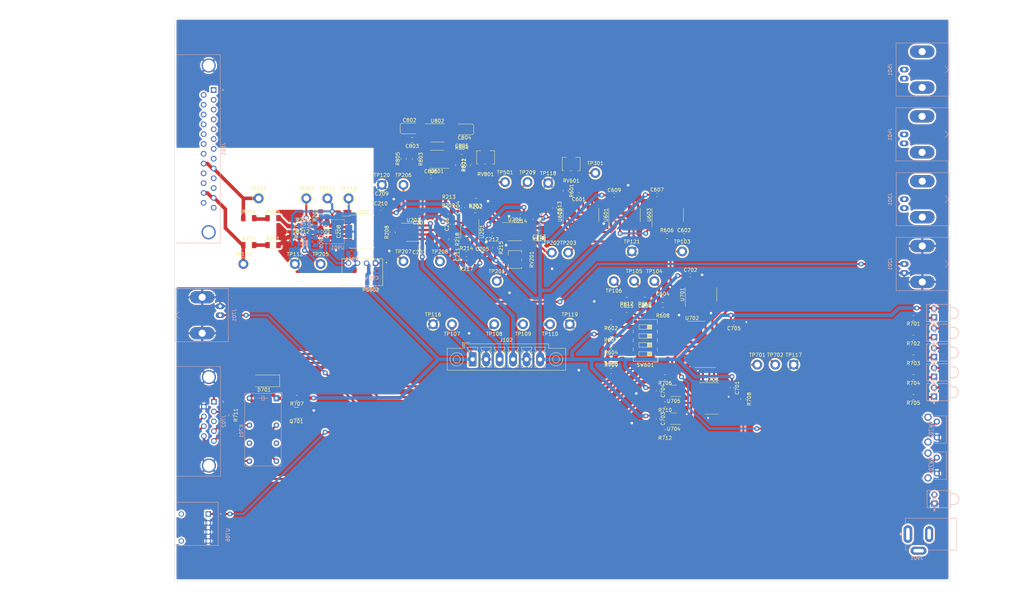
<source format=kicad_pcb>
(kicad_pcb (version 20211014) (generator pcbnew)
  (layers (0 "F.Cu" signal) (31 "B.Cu" signal) (34 "B.Paste" user) (35 "F.Paste" user) (36 "B.SilkS" user "B.Silkscreen") (37 "F.SilkS" user "F.Silkscreen") (38 "B.Mask" user) (39 "F.Mask" user) (44 "Edge.Cuts" user))
  (net 0 "")
  (net 1 "+14V")
  (net 2 "Earth")
  (net 3 "Net-(C202-Pad1)")
  (net 4 "Net-(C202-Pad2)")
  (net 5 "-14V")
  (net 6 "Net-(C204-Pad1)")
  (net 7 "+5V-ISO-A")
  (net 8 "GND-ISO-A")
  (net 9 "+5V")
  (net 10 "Net-(C212-Pad1)")
  (net 11 "Net-(C213-Pad1)")
  (net 12 "Net-(C601-Pad2)")
  (net 13 "/Detection validation/TRIG-CH-A")
  (net 14 "/Detection validation/TRIG-CH-B")
  (net 15 "/Detection validation/TRIG-CH-C")
  (net 16 "/Detection validation/TRIG-CH-D")
  (net 17 "Net-(C803-Pad1)")
  (net 18 "Net-(C804-Pad2)")
  (net 19 "Net-(C805-Pad1)")
  (net 20 "Net-(D701-Pad2)")
  (net 21 "Net-(J201-Pad1)")
  (net 22 "Net-(J701-Pad1)")
  (net 23 "/Quench trigger/REMOTE_RST+")
  (net 24 "/Quench trigger/SW_TRIG+")
  (net 25 "/Quench trigger/ILOCK_11")
  (net 26 "/Quench trigger/ILOCK_21")
  (net 27 "/Quench trigger/SW_TRIG-")
  (net 28 "/Quench trigger/ILOCK_12")
  (net 29 "/Quench trigger/ILOCK_22")
  (net 32 "Net-(D701-Pad1)")
  (net 33 "Net-(LD701-Pad1)")
  (net 34 "Net-(LD702-Pad1)")
  (net 35 "Net-(LD703-Pad1)")
  (net 36 "Net-(LD704-Pad1)")
  (net 37 "Net-(Q701-Pad1)")
  (net 38 "Net-(R202-Pad2)")
  (net 39 "/Isolated detection channel A/V-DET")
  (net 40 "/VT1")
  (net 41 "Net-(R204-Pad2)")
  (net 42 "Net-(R205-Pad2)")
  (net 43 "Net-(R208-Pad1)")
  (net 44 "Net-(R208-Pad2)")
  (net 45 "Net-(R209-Pad1)")
  (net 46 "/VT2")
  (net 47 "Net-(R210-Pad2)")
  (net 48 "/+5V reference/+5VREF")
  (net 49 "Net-(R214-Pad1)")
  (net 50 "Net-(R214-Pad2)")
  (net 51 "/Detection validation/VAL-A")
  (net 52 "Net-(R601-Pad1)")
  (net 53 "Net-(R602-Pad1)")
  (net 54 "Net-(R603-Pad1)")
  (net 55 "Net-(R604-Pad1)")
  (net 56 "Net-(R606-Pad1)")
  (net 57 "Net-(R706-Pad1)")
  (net 58 "Net-(R710-Pad1)")
  (net 59 "Net-(R712-Pad2)")
  (net 60 "Net-(R801-Pad1)")
  (net 61 "Net-(R801-Pad2)")
  (net 62 "Net-(R803-Pad1)")
  (net 63 "Net-(TP206-Pad1)")
  (net 64 "Net-(TP207-Pad1)")
  (net 65 "Net-(U601-Pad1)")
  (net 66 "Net-(U601-Pad2)")
  (net 67 "Net-(U601-Pad3)")
  (net 68 "Net-(U601-Pad6)")
  (net 78 "+15V")
  (net 79 "Net-(C905-Pad1)")
  (net 81 "Net-(TP701-Pad1)")
  (net 86 "Net-(TP702-Pad1)")
  (net 90 "Net-(U801-Pad6)")
  (net 98 "/VT3")
  (net 102 "/VT4")
  (net 112 "Net-(LD705-Pad1)")
  (net 113 "Net-(R701-Pad2)")
  (net 114 "Net-(R702-Pad2)")
  (net 115 "Net-(R703-Pad2)")
  (net 116 "Net-(R704-Pad2)")
  (net 117 "Net-(U701-Pad13)")
  (net 118 "Net-(U701-Pad12)")
  (net 119 "Net-(U701-Pad8)")
  (net 120 "Net-(U701-Pad10)")
  (net 121 "Net-(U703-Pad6)")
  (net 122 "Net-(U703-Pad3)")
  (net 123 "Net-(F901-Pad1)")
  (net 124 "Net-(C907-Pad2)")
  (net 126 "Net-(LD901-Pad2)")
  (net 133 "Net-(R705-Pad2)")
  (net 135 "Net-(C211-Pad1)")
  (net 136 "Net-(R605-Pad1)")
  (net 138 "Net-(R712-Pad1)")
  (footprint "Resistor_SMD:R_0805_2012Metric_Pad1.20x1.40mm_HandSolder" (layer "F.Cu") (at 178.181 102.489 -90)
    (fp_text reference "R218")
    (fp_text value "1.5k")
  )
  (footprint "qds-cv-lib:TestPoint_Keystone_5010-5014_Multipurpose" (layer "F.Cu") (at 229.108 105.918)
    (fp_text reference "TP121")
    (fp_text value "GND")
  )
  (footprint "Resistor_SMD:R_0805_2012Metric_Pad1.20x1.40mm_HandSolder" (layer "F.Cu") (at 227.67945 122.4095)
    (fp_text reference "R612")
    (fp_text value "20k")
  )
  (footprint "Capacitor_SMD:C_0603_1608Metric_Pad1.08x0.95mm_HandSolder" (layer "F.Cu") (at 169.1386 96.3676 180)
    (fp_text reference "C201")
    (fp_text value "100n")
  )
  (footprint "Resistor_SMD:R_0805_2012Metric_Pad1.20x1.40mm_HandSolder" (layer "F.Cu") (at 223.1644 129.286 180)
    (fp_text reference "R603")
    (fp_text value "2.2k")
  )
  (footprint "Capacitor_SMD:C_0805_2012Metric_Pad1.18x1.45mm_HandSolder" (layer "F.Cu") (at 141.2246 100.33 -90)
    (fp_text reference "C202")
    (fp_text value "330p")
  )
  (footprint "qds-cv-lib:TestPoint_Keystone_5010-5014_Multipurpose" (layer "F.Cu") (at 164.592 87.122)
    (fp_text reference "TP206")
    (fp_text value "Vdiff2+")
  )
  (footprint "Resistor_SMD:R_0805_2012Metric_Pad1.20x1.40mm_HandSolder" (layer "F.Cu") (at 308.626 141.478 180)
    (fp_text reference "R704")
    (fp_text value "270")
  )
  (footprint "qds-cv-lib:Potentiometer_Bourns_3224X_Vertical" (layer "F.Cu") (at 211.8868 81.2292 180)
    (fp_text reference "RV601")
    (fp_text value "50k")
  )
  (footprint "Capacitor_SMD:C_0603_1608Metric_Pad1.08x0.95mm_HandSolder" (layer "F.Cu") (at 181.4162 93.5841 90)
    (fp_text reference "C204")
    (fp_text value "100n")
  )
  (footprint "Capacitor_SMD:C_0603_1608Metric_Pad1.08x0.95mm_HandSolder" (layer "F.Cu") (at 178.435 106.807 -90)
    (fp_text reference "C211")
    (fp_text value "100n")
  )
  (footprint "Package_SO:SOIC-8_3.9x4.9mm_P1.27mm" (layer "F.Cu") (at 196.0626 100.33)
    (fp_text reference "U204")
    (fp_text value "LM393-N")
  )
  (footprint "qds-cv-lib:TestPoint_Keystone_5010-5014_Multipurpose" (layer "F.Cu") (at 269.61095 137.9035)
    (fp_text reference "TP702")
    (fp_text value "Q-TRIG")
  )
  (footprint "qds-cv-lib:TestPoint_Keystone_5010-5014_Multipurpose" (layer "F.Cu") (at 205.994 126.492 180)
    (fp_text reference "TP110")
    (fp_text value "+5V")
  )
  (footprint "Capacitor_SMD:C_0805_2012Metric_Pad1.18x1.45mm_HandSolder" (layer "F.Cu") (at 167.0691 74.496 180)
    (fp_text reference "C803")
    (fp_text value "1u")
  )
  (footprint "Resistor_SMD:R_0805_2012Metric_Pad1.20x1.40mm_HandSolder" (layer "F.Cu") (at 238.506 156.972 180)
    (fp_text reference "R712")
    (fp_text value "82")
  )
  (footprint "Capacitor_SMD:C_0603_1608Metric_Pad1.08x0.95mm_HandSolder" (layer "F.Cu") (at 172.3644 84.7344)
    (fp_text reference "C801")
    (fp_text value "100n")
  )
  (footprint "Capacitor_SMD:C_0603_1608Metric_Pad1.08x0.95mm_HandSolder" (layer "F.Cu") (at 224.1296 90.0535)
    (fp_text reference "C609")
    (fp_text value "100n")
  )
  (footprint "Capacitor_SMD:C_0805_2012Metric_Pad1.18x1.45mm_HandSolder" (layer "F.Cu") (at 237.82895 119.6155)
    (fp_text reference "C604")
    (fp_text value "470p")
  )
  (footprint "Connector_Phoenix_MC:PhoenixContact_MCV_1,5_6-GF-3.81_1x06_P3.81mm_Vertical_ThreadedFlange" (layer "F.Cu") (at 184.15 136.398)
    (fp_text reference "J102")
    (fp_text value "Conn_01x08")
  )
  (footprint "Capacitor_SMD:C_0603_1608Metric_Pad1.08x0.95mm_HandSolder" (layer "F.Cu") (at 257.41895 144.4752 -90)
    (fp_text reference "C701")
    (fp_text value "100n")
  )
  (footprint "Package_SO:SO-14_3.9x8.65mm_P1.27mm" (layer "F.Cu") (at 239.2426 95.6161 90)
    (fp_text reference "U603")
    (fp_text value "74HCS08")
  )
  (footprint "qds-cv-lib:TestPoint_Keystone_5010-5014_Multipurpose" (layer "F.Cu") (at 137.16 90.932)
    (fp_text reference "TP204")
    (fp_text value "Vdiff1+")
  )
  (footprint "Capacitor_SMD:C_0805_2012Metric_Pad1.18x1.45mm_HandSolder" (layer "F.Cu") (at 227.67945 119.60152 180)
    (fp_text reference "C615")
    (fp_text value "470p")
  )
  (footprint "qds-cv-lib:TestPoint_Keystone_5010-5014_Multipurpose" (layer "F.Cu") (at 178.308 126.492 180)
    (fp_text reference "TP107")
    (fp_text value "+15V")
  )
  (footprint "Capacitor_SMD:C_0603_1608Metric_Pad1.08x0.95mm_HandSolder" (layer "F.Cu") (at 186.8435 106.68)
    (fp_text reference "C205")
    (fp_text value "100n")
  )
  (footprint "qds-cv-lib:TestPoint_Keystone_5010-5014_Multipurpose" (layer "F.Cu") (at 211.1248 106.2736)
    (fp_text reference "TP203")
    (fp_text value "V-VAL")
  )
  (footprint "Package_TO_SOT_SMD:SOT-23-6_Handsoldering" (layer "F.Cu") (at 240.90895 145.288 180)
    (fp_text reference "U705")
    (fp_text value "74LVC2G17")
  )
  (footprint "Resistor_SMD:R_0805_2012Metric_Pad1.20x1.40mm_HandSolder" (layer "F.Cu") (at 180.0446 81.5285 -90)
    (fp_text reference "R802")
    (fp_text value "620")
  )
  (footprint "Package_SO:SOIC-8_3.9x4.9mm_P1.27mm" (layer "F.Cu") (at 167.4226 100.5078)
    (fp_text reference "U203")
    (fp_text value "AD8421")
  )
  (footprint "qds-cv-lib:CP_EIA-3528-21_AVX-B_Pad1.65x2.4mm_HandSolder" (layer "F.Cu") (at 181.8226 71.448 180)
    (fp_text reference "C804")
    (fp_text value "2.2u")
  )
  (footprint "qds-cv-lib:TestPoint_Keystone_5010-5014_Multipurpose" (layer "F.Cu") (at 229.743 114.2815)
    (fp_text reference "TP105")
    (fp_text value "TRIG-CH-C")
  )
  (footprint "Resistor_SMD:R_0805_2012Metric_Pad1.20x1.40mm_HandSolder" (layer "F.Cu") (at 177.2666 94.6001)
    (fp_text reference "R209")
    (fp_text value "1.5k")
  )
  (footprint "Resistor_SMD:R_0805_2012Metric_Pad1.20x1.40mm_HandSolder" (layer "F.Cu") (at 260.604 147.6248 -90)
    (fp_text reference "R708")
    (fp_text value "4.7k")
  )
  (footprint "Package_SO:SO-14_3.9x8.65mm_P1.27mm" (layer "F.Cu") (at 251.6632 147.4285)
    (fp_text reference "U703")
    (fp_text value "74LV132")
  )
  (footprint "Resistor_SMD:R_0805_2012Metric_Pad1.20x1.40mm_HandSolder" (layer "F.Cu") (at 134.493 147.32 180)
    (fp_text reference "R707")
    (fp_text value "120")
  )
  (footprint "Resistor_SMD:R_0805_2012Metric_Pad1.20x1.40mm_HandSolder" (layer "F.Cu") (at 232.78095 122.42348)
    (fp_text reference "R610")
    (fp_text value "20k")
  )
  (footprint "qds-cv-lib:TestPoint_Keystone_5010-5014_Multipurpose" (layer "F.Cu") (at 143.129 90.932)
    (fp_text reference "TP111")
    (fp_text value "+5V-ISO-A")
  )
  (footprint "Resistor_SMD:R_0603_1608Metric_Pad0.98x0.95mm_HandSolder" (layer "F.Cu") (at 115.824 152.146 -90)
    (fp_text reference "R711")
    (fp_text value "47k")
  )
  (footprint "Capacitor_SMD:C_0805_2012Metric_Pad1.18x1.45mm_HandSolder" (layer "F.Cu") (at 181.0606 77.798)
    (fp_text reference "C805")
    (fp_text value "1u")
  )
  (footprint "Resistor_SMD:R_0805_2012Metric_Pad1.20x1.40mm_HandSolder" (layer "F.Cu") (at 223.266 132.842 180)
    (fp_text reference "R604")
    (fp_text value "2.2k")
  )
  (footprint "qds-cv-lib:TestPoint_Keystone_5010-5014_Multipurpose" (layer "F.Cu") (at 172.974 126.492)
    (fp_text reference "TP116")
    (fp_text value "GND")
  )
  (footprint "Capacitor_SMD:C_0603_1608Metric_Pad1.08x0.95mm_HandSolder" (layer "F.Cu") (at 236.22 89.9265)
    (fp_text reference "C607")
    (fp_text value "100n")
  )
  (footprint "Resistor_SMD:R_0805_2012Metric_Pad1.20x1.40mm_HandSolder" (layer "F.Cu") (at 308.61 130.302 180)
    (fp_text reference "R702")
    (fp_text value "270")
  )
  (footprint "qds-cv-lib:TestPoint_Keystone_5010-5014_Multipurpose" (layer "F.Cu") (at 218.7956 83.7692)
    (fp_text reference "TP301")
    (fp_text value "RCx")
  )
  (footprint "Capacitor_SMD:C_0603_1608Metric_Pad1.08x0.95mm_HandSolder" (layer "F.Cu") (at 245.6688 112.6051)
    (fp_text reference "C702")
    (fp_text value "100n")
  )
  (footprint "Package_SO:SO-14_3.9x8.65mm_P1.27mm" (layer "F.Cu") (at 248.666 118.0915 90)
    (fp_text reference "U701")
    (fp_text value "74HCS08")
  )
  (footprint "qds-cv-lib:TestPoint_Keystone_5010-5014_Multipurpose" (layer "F.Cu") (at 190.246 126.492 180)
    (fp_text reference "TP108")
    (fp_text value "-14V")
  )
  (footprint "Resistor_SMD:R_1206_3216Metric_Pad1.30x1.75mm_HandSolder" (layer "F.Cu") (at 127.762 104.14)
    (fp_text reference "R211")
    (fp_text value "48.7k")
  )
  (footprint "Resistor_SMD:R_0805_2012Metric_Pad1.20x1.40mm_HandSolder" (layer "F.Cu") (at 167.8432 79.8576 -90)
    (fp_text reference "R803")
    (fp_text value "20k")
  )
  (footprint "Resistor_SMD:R_0805_2012Metric_Pad1.20x1.40mm_HandSolder" (layer "F.Cu") (at 181.0606 75.004 180)
    (fp_text reference "R804")
    (fp_text value "620")
  )
  (footprint "qds-cv-lib:TestPoint_Keystone_5010-5014_Multipurpose" (layer "F.Cu") (at 193.294 86.36)
    (fp_text reference "TP501")
    (fp_text value "5V-REF")
  )
  (footprint "Resistor_SMD:R_0805_2012Metric_Pad1.20x1.40mm_HandSolder" (layer "F.Cu") (at 141.2246 95.6276 90)
    (fp_text reference "R201")
    (fp_text value "NP")
  )
  (footprint "qds-cv-lib:Potentiometer_Bourns_3224X_Vertical" (layer "F.Cu") (at 187.706 79.375 180)
    (fp_text reference "RV801")
    (fp_text value "5k")
  )
  (footprint "Capacitor_SMD:C_0603_1608Metric_Pad1.08x0.95mm_HandSolder" (layer "F.Cu") (at 257.937 126.238 180)
    (fp_text reference "C705")
    (fp_text value "100n")
  )
  (footprint "Resistor_SMD:R_0805_2012Metric_Pad1.20x1.40mm_HandSolder" (layer "F.Cu") (at 202.9206 100.838 180)
    (fp_text reference "R219")
    (fp_text value "620")
  )
  (footprint "Resistor_SMD:R_0805_2012Metric_Pad1.20x1.40mm_HandSolder" (layer "F.Cu") (at 223.266 136.144 180)
    (fp_text reference "R605")
    (fp_text value "2.2k")
  )
  (footprint "Package_SO:SOIC-8_3.9x4.9mm_P1.27mm" (layer "F.Cu") (at 183.3626 100.33 -90)
    (fp_text reference "U201")
    (fp_text value "OPA2227")
  )
  (footprint "Resistor_SMD:R_0805_2012Metric_Pad1.20x1.40mm_HandSolder" (layer "F.Cu") (at 182.372 106.6905)
    (fp_text reference "R214")
    (fp_text value "1.5k")
  )
  (footprint "Resistor_SMD:R_0805_2012Metric_Pad1.20x1.40mm_HandSolder" (layer "F.Cu") (at 223.2152 125.984 180)
    (fp_text reference "R602")
    (fp_text value "2.2k")
  )
  (footprint "Resistor_SMD:R_0805_2012Metric_Pad1.20x1.40mm_HandSolder" (layer "F.Cu") (at 210.4136 88.7835 -90)
    (fp_text reference "R601")
    (fp_text value "4.7k")
  )
  (footprint "qds-cv-lib:Potentiometer_Bourns_3224X_Vertical" (layer "F.Cu") (at 196.088 108.3056 -90)
    (fp_text reference "RV201")
    (fp_text value "5k")
  )
  (footprint "qds-cv-lib:RI-1515S" (layer "F.Cu") (at 152.9871 111.76 180)
    (fp_text reference "PS902")
    (fp_text value "RI-1515S/P")
  )
  (footprint "Capacitor_SMD:C_0603_1608Metric_Pad1.08x0.95mm_HandSolder" (layer "F.Cu") (at 207.264 93.6244 -90)
    (fp_text reference "C613")
    (fp_text value "100n")
  )
  (footprint "Resistor_SMD:R_0805_2012Metric_Pad1.20x1.40mm_HandSolder" (layer "F.Cu") (at 136.144 101.981)
    (fp_text reference "R212")
    (fp_text value "12")
  )
  (footprint "Resistor_SMD:R_1206_3216Metric_Pad1.30x1.75mm_HandSolder" (layer "F.Cu") (at 120.904 104.14)
    (fp_text reference "R210")
    (fp_text value "48.7k")
  )
  (footprint "Resistor_SMD:R_0805_2012Metric_Pad1.20x1.40mm_HandSolder" (layer "F.Cu") (at 223.266 139.7)
    (fp_text reference "R709")
    (fp_text value "4.7k")
  )
  (footprint "Resistor_SMD:R_0805_2012Metric_Pad1.20x1.40mm_HandSolder" (layer "F.Cu") (at 238.506 149.098 180)
    (fp_text reference "R710")
    (fp_text value "2.2k")
  )
  (footprint "qds-cv-lib:TestPoint_Keystone_5010-5014_Multipurpose" (layer "F.Cu") (at 211.582 126.492)
    (fp_text reference "TP119")
    (fp_text value "GND")
  )
  (footprint "Resistor_SMD:R_0805_2012Metric_Pad1.20x1.40mm_HandSolder" (layer "F.Cu") (at 164.6428 79.756 90)
    (fp_text reference "R805")
    (fp_text value "20k")
  )
  (footprint "Package_TO_SOT_SMD:SOT-23-6_Handsoldering" (layer "F.Cu") (at 240.90895 153.162 180)
    (fp_text reference "U704")
    (fp_text value "74LVC2G17")
  )
  (footprint "qds-cv-lib:TestPoint_Keystone_5010-5014_Multipurpose" (layer "F.Cu") (at 133.942666 109.474)
    (fp_text reference "TP112")
    (fp_text value "GND-ISO-A")
  )
  (footprint "Capacitor_SMD:C_1206_3216Metric" (layer "F.Cu") (at 144.4746 100.33 -90)
    (fp_text reference "C208")
    (fp_text value "100n")
  )
  (footprint "qds-cv-lib:TestPoint_Keystone_5010-5014_Multipurpose" (layer "F.Cu") (at 274.828 137.9035)
    (fp_text reference "TP117")
    (fp_text value "GND")
  )
  (footprint "Package_SO:SO-20_12.8x7.5mm_P1.27mm" (layer "F.Cu") (at 249.809 132.1885)
    (fp_text reference "U702")
    (fp_text value "74HC574")
  )
  (footprint "Resistor_SMD:R_1206_3216Metric_Pad1.30x1.75mm_HandSolder" (layer "F.Cu") (at 127.762 96.52)
    (fp_text reference "R205")
    (fp_text value "48.7k")
  )
  (footprint "qds-cv-lib:TestPoint_Keystone_5010-5014_Multipurpose" (layer "F.Cu") (at 123.698 90.932)
    (fp_text reference "TP101")
    (fp_text value "VT1")
  )
  (footprint "Resistor_SMD:R_1206_3216Metric_Pad1.30x1.75mm_HandSolder" (layer "F.Cu") (at 120.904 96.52)
    (fp_text reference "R204")
    (fp_text value "48.7k")
  )
  (footprint "Resistor_SMD:R_0805_2012Metric_Pad1.20x1.40mm_HandSolder" (layer "F.Cu") (at 182.372 109.22 180)
    (fp_text reference "R217")
    (fp_text value "49.9")
  )
  (footprint "qds-cv-lib:TestPoint_Keystone_5010-5014_Multipurpose" (layer "F.Cu") (at 243.332 105.918)
    (fp_text reference "TP103")
    (fp_text value "TRIG-CH-A")
  )
  (footprint "Capacitor_SMD:C_0603_1608Metric_Pad1.08x0.95mm_HandSolder" (layer "F.Cu") (at 169.0381 104.7496 180)
    (fp_text reference "C203")
    (fp_text value "100n")
  )
  (footprint "qds-cv-lib:TestPoint_Keystone_5010-5014_Multipurpose" (layer "F.Cu") (at 149.098 90.932)
    (fp_text reference "TP113")
    (fp_text value "GND-ISO-A")
  )
  (footprint "Package_SO:SOIC-8_3.9x4.9mm_P1.27mm" (layer "F.Cu") (at 174.0756 79.8935 180)
    (fp_text reference "U801")
    (fp_text value "OPA2227")
  )
  (footprint "qds-cv-lib:TestPoint_Keystone_5010-5014_Multipurpose" (layer "F.Cu") (at 224.028 114.3 180)
    (fp_text reference "TP106")
    (fp_text value "TRIC-CH-D")
  )
  (footprint "Package_SO:SOIC-16_3.9x9.9mm_P1.27mm" (layer "F.Cu") (at 214.7316 95.6415 90)
    (fp_text reference "U602")
    (fp_text value "74HC123")
  )
  (footprint "Resistor_SMD:R_0805_2012Metric_Pad1.20x1.40mm_HandSolder" (layer "F.Cu") (at 238.506 141.478 180)
    (fp_text reference "R706")
    (fp_text value "49.9")
  )
  (footprint "Capacitor_SMD:C_0603_1608Metric_Pad1.08x0.95mm_HandSolder" (layer "F.Cu") (at 158.2166 93.8276)
    (fp_text reference "C210")
    (fp_text value "100n")
  )
  (footprint "qds-cv-lib:TestPoint_Keystone_5010-5014_Multipurpose" (layer "F.Cu") (at 141.224 109.474)
    (fp_text reference "TP205")
    (fp_text value "Vdiff1-")
  )
  (footprint "qds-cv-lib:TestPoint_Keystone_5010-5014_Multipurpose" (layer "F.Cu") (at 206.502 106.2736)
    (fp_text reference "TP202")
    (fp_text value "Vth-L")
  )
  (footprint "Capacitor_SMD:C_0603_1608Metric_Pad1.08x0.95mm_HandSolder" (layer "F.Cu") (at 236.474 153.162 -90)
    (fp_text reference "C703")
    (fp_text value "100n")
  )
  (footprint "Package_TO_SOT_SMD:SOT-23" (layer "F.Cu") (at 134.366 151.511 180)
    (fp_text reference "Q701")
    (fp_text value "BC846B")
  )
  (footprint "Capacitor_SMD:C_0603_1608Metric_Pad1.08x0.95mm_HandSolder" (layer "F.Cu") (at 197.6374 95.9358 180)
    (fp_text reference "C214")
    (fp_text value "100n")
  )
  (footprint "Resistor_SMD:R_0603_1608Metric_Pad0.98x0.95mm_HandSolder" (layer "F.Cu") (at 177.419 91.948)
    (fp_text reference "R213")
    (fp_text value "60.4k")
  )
  (footprint "qds-cv-lib:TestPoint_Keystone_5010-5014_Multipurpose" (layer "F.Cu") (at 174.9044 108.7628)
    (fp_text reference "TP208")
    (fp_text value "Vsing")
  )
  (footprint "qds-cv-lib:TestPoint_Keystone_5010-5014_Multipurpose" (layer "F.Cu") (at 199.644 86.36)
    (fp_text reference "TP209")
    (fp_text value "V-DET")
  )
  (footprint "Capacitor_SMD:C_0603_1608Metric_Pad1.08x0.95mm_HandSolder" (layer "F.Cu") (at 178.308 98.298 90)
    (fp_text reference "C206")
    (fp_text value "100n")
  )
  (footprint "Button_Switch_SMD:SW_DIP_SPSTx04_Slide_6.7x11.72mm_W8.61mm_P2.54mm_LowProfile" (layer "F.Cu") (at 232.918 131.064 180)
    (fp_text reference "SW601")
    (fp_text value "SW_DIP_x04")
  )
  (footprint "Resistor_SMD:R_0805_2012Metric_Pad1.20x1.40mm_HandSolder" (layer "F.Cu") (at 308.626 135.89 180)
    (fp_text reference "R703")
    (fp_text value "270")
  )
  (footprint "Resistor_SMD:R_0805_2012Metric_Pad1.20x1.40mm_HandSolder" (layer "F.Cu") (at 190.5 104.902 -90)
    (fp_text reference "R215")
    (fp_text value "620")
  )
  (footprint "Capacitor_SMD:C_0805_2012Metric_Pad1.18x1.45mm_HandSolder" (layer "F.Cu") (at 243.84 101.6359)
    (fp_text reference "C602")
    (fp_text value "470p")
  )
  (footprint "qds-cv-lib:CP_EIA-3528-21_AVX-B_Pad1.65x2.4mm_HandSolder" (layer "F.Cu") (at 166.3071 71.194)
    (fp_text reference "C802")
    (fp_text value "2.2u")
  )
  (footprint "Capacitor_SMD:C_0603_1608Metric_Pad1.08x0.95mm_HandSolder" (layer "F.Cu") (at 189.6121 101.1025 180)
    (fp_text reference "C212")
    (fp_text value "100n")
  )
  (footprint "Resistor_SMD:R_0805_2012Metric_Pad1.20x1.40mm_HandSolder" (layer "F.Cu") (at 308.626 147.066 180)
    (fp_text reference "R705")
    (fp_text value "270")
  )
  (footprint "Capacitor_SMD:C_0603_1608Metric_Pad1.08x0.95mm_HandSolder" (layer "F.Cu") (at 214.0966 89.7741 180)
    (fp_text reference "C601")
    (fp_text value "2.2u")
  )
  (footprint "Resistor_SMD:R_1206_3216Metric_Pad1.30x1.75mm_HandSolder" (layer "F.Cu") (at 132.588 100.33 -90)
    (fp_text reference "R207")
    (fp_text value "2.7k")
  )
  (footprint "qds-cv-lib:TestPoint_Keystone_5010-5014_Multipurpose" (layer "F.Cu") (at 198.374 126.492 180)
    (fp_text reference "TP109")
    (fp_text value "+14V")
  )
  (footprint "Diode_SMD:D_SMA_Handsoldering" (layer "F.Cu") (at 125.222 142.494 180)
    (fp_text reference "D701")
    (fp_text value "B220A")
  )
  (footprint "Resistor_SMD:R_0805_2012Metric_Pad1.20x1.40mm_HandSolder" (layer "F.Cu") (at 136.144 98.679)
    (fp_text reference "R206")
    (fp_text value "12")
  )
  (footprint "qds-cv-lib:TestPoint_Keystone_5010-5014_Multipurpose" (layer "F.Cu") (at 190.9572 114.3)
    (fp_text reference "TP201")
    (fp_text value "Vth-H")
  )
  (footprint "Capacitor_SMD:C_0603_1608Metric_Pad1.08x0.95mm_HandSolder" (layer "F.Cu") (at 236.474 145.288 -90)
    (fp_text reference "C704")
    (fp_text value "100n")
  )
  (footprint "Package_SO:SOIC-8_3.9x4.9mm_P1.27mm" (layer "F.Cu") (at 174.2026 72.464)
    (fp_text reference "U802")
    (fp_text value "MAX6350CSA")
  )
  (footprint "Resistor_SMD:R_0805_2012Metric_Pad1.20x1.40mm_HandSolder" (layer "F.Cu") (at 201.9554 96.8861 -90)
    (fp_text reference "R216")
    (fp_text value "4.7k")
  )
  (footprint "Resistor_SMD:R_0603_1608Metric_Pad0.98x0.95mm_HandSolder" (layer "F.Cu") (at 184.912 94.4836)
    (fp_text reference "R203")
    (fp_text value "47k")
  )
  (footprint "Package_SO:SOP-8_6.62x9.15mm_P2.54mm" (layer "F.Cu") (at 152.908 100.33)
    (fp_text reference "U202")
    (fp_text value "AMC1200")
  )
  (footprint "Resistor_SMD:R_0805_2012Metric_Pad1.20x1.40mm_HandSolder" (layer "F.Cu") (at 239.014 101.6105)
    (fp_text reference "R606")
    (fp_text value "20k")
  )
  (footprint "qds-cv-lib:TestPoint_Keystone_5010-5014_Multipurpose" (layer "F.Cu") (at 264.53095 137.9035)
    (fp_text reference "TP701")
    (fp_text value "FF-CLK")
  )
  (footprint "Capacitor_SMD:C_0603_1608Metric_Pad1.08x0.95mm_HandSolder" (layer "F.Cu") (at 202.9206 103.2361)
    (fp_text reference "C213")
    (fp_text value "100n")
  )
  (footprint "Resistor_SMD:R_0805_2012Metric_Pad1.20x1.40mm_HandSolder" (layer "F.Cu") (at 308.626 124.714 180)
    (fp_text reference "R701")
    (fp_text value "270")
  )
  (footprint "Resistor_SMD:R_0603_1608Metric_Pad0.98x0.95mm_HandSolder" (layer "F.Cu") (at 183.007 81.534 90)
    (fp_text reference "R801")
    (fp_text value "14k")
  )
  (footprint "Resistor_SMD:R_0805_2012Metric_Pad1.20x1.40mm_HandSolder" (layer "F.Cu") (at 185.039 91.694 180)
    (fp_text reference "R202")
    (fp_text value "2.49k")
  )
  (footprint "qds-cv-lib:TestPoint_Keystone_5010-5014_Multipurpose" (layer "F.Cu") (at 205.486 86.614)
    (fp_text reference "TP118")
    (fp_text value "GND")
  )
  (footprint "Capacitor_SMD:C_0805_2012Metric_Pad1.18x1.45mm_HandSolder" (layer "F.Cu") (at 232.78095 119.6155 180)
    (fp_text reference "C606")
    (fp_text value "470p")
  )
  (footprint "qds-cv-lib:TestPoint_Keystone_5010-5014_Multipurpose" (layer "F.Cu") (at 158.496 87.122)
    (fp_text reference "TP120")
    (fp_text value "GND")
  )
  (footprint "Resistor_SMD:R_0805_2012Metric_Pad1.20x1.40mm_HandSolder" (layer "F.Cu") (at 161.5552 100.5078 90)
    (fp_text reference "R208")
    (fp_text value "2.49k")
  )
  (footprint "Capacitor_SMD:C_0805_2012Metric_Pad1.18x1.45mm_HandSolder" (layer "F.Cu") (at 158.4706 91.2876)
    (fp_text reference "C209")
    (fp_text value "10u")
  )
  (footprint "qds-cv-lib:TestPoint_Keystone_5010-5014_Multipurpose" (layer "F.Cu") (at 119.38 109.474)
    (fp_text reference "TP102")
    (fp_text value "VT2")
  )
  (footprint "qds-cv-lib:TestPoint_Keystone_5010-5014_Multipurpose" (layer "F.Cu") (at 164.592 108.712)
    (fp_text reference "TP207")
    (fp_text value "Vdiff2-")
  )
  (footprint "Package_SO:SO-14_3.9x8.65mm_P1.27mm" (layer "F.Cu") (at 227.0506 95.6415 90)
    (fp_text reference "U601")
    (fp_text value "74HC32D")
  )
  (footprint "Resistor_SMD:R_0805_2012Metric_Pad1.20x1.40mm_HandSolder" (layer "F.Cu") (at 237.86095 122.4095 180)
    (fp_text reference "R608")
    (fp_text value "20k")
  )
  (footprint "qds-cv-lib:TestPoint_Keystone_5010-5014_Multipurpose" (layer "F.Cu") (at 235.458 114.3)
    (fp_text reference "TP104")
    (fp_text value "TRIG-CH-B")
  )
  (footprint "Package_TO_SOT_SMD:SOT-23" (layer "B.Cu") (at 134.112 102.68 90)
    (fp_text reference "D202")
    (fp_text value "BAT54S")
  )
  (footprint "Connector_Dsub:DSUB-9_Female_Horizontal_P2.77x2.84mm_EdgePinOffset7.70mm_Housed_MountingHolesOffset9.12mm" (layer "B.Cu") (at 111.062331 148.374 90)
    (fp_text reference "J702")
    (fp_text value "DB9_Female")
  )
  (footprint "Capacitor_SMD:C_0805_2012Metric_Pad1.18x1.45mm_HandSolder" (layer "B.Cu") (at 155.448 114.808)
    (fp_text reference "C903")
    (fp_text value "10u")
  )
  (footprint "Button_Switch_THT:SW_Tactile_SPST_Angled_PTS645Vx39-2LFS" (layer "B.Cu") (at 315.2475 158.496 90)
    (fp_text reference "SW702")
    (fp_text value "TRIG")
  )
  (footprint "qds-cv-lib:LED_WP934CB_ID" (layer "B.Cu") (at 314.452 130.175 90)
    (fp_text reference "LD702")
    (fp_text value "Red")
  )
  (footprint "qds-cv-lib:Molex_0731375003" (layer "B.Cu") (at 112.832 123.952 -90)
    (fp_text reference "J701")
    (fp_text value "Conn_Coaxial")
  )
  (footprint "qds-cv-lib:Molex_0731375003" (layer "B.Cu") (at 306.07 109.474 90)
    (fp_text reference "J201")
    (fp_text value "Conn_Coaxial")
  )
  (footprint "qds-cv-lib:LED_WP934CB_ID" (layer "B.Cu") (at 314.452 141.351 90)
    (fp_text reference "LD704")
    (fp_text value "Red")
  )
  (footprint "Capacitor_SMD:C_0805_2012Metric_Pad1.18x1.45mm_HandSolder" (layer "B.Cu") (at 139.7 103.124 90)
    (fp_text reference "C905")
    (fp_text value "10u")
  )
  (footprint "Capacitor_SMD:C_0805_2012Metric_Pad1.18x1.45mm_HandSolder" (layer "B.Cu") (at 139.7 97.79 -90)
    (fp_text reference "C906")
    (fp_text value "10u")
  )
  (footprint "qds-cv-lib:LED_WP934CB_ID" (layer "B.Cu") (at 314.452001 135.763 90)
    (fp_text reference "LD703")
    (fp_text value "Red")
  )
  (footprint "Button_Switch_THT:SW_Tactile_SPST_Angled_PTS645Vx39-2LFS" (layer "B.Cu") (at 315.2475 168.656 90)
    (fp_text reference "SW701")
    (fp_text value "RST")
  )
  (footprint "qds-cv-lib:LED_WP934CB_ID" (layer "B.Cu") (at 314.452 124.587 90)
    (fp_text reference "LD701")
    (fp_text value "Red")
  )
  (footprint "Connector_Dsub:DSUB-25_Female_Horizontal_P2.77x2.84mm_EdgePinOffset7.70mm_Housed_MountingHolesOffset9.12mm" (layer "B.Cu") (at 110.998 60.337 90)
    (fp_text reference "J101")
    (fp_text value "DB25 Female")
  )
  (footprint "qds-cv-lib:HFBR-1521Z" (layer "B.Cu") (at 101.854 183.896 90)
    (fp_text reference "U706")
    (fp_text value "HFBR-1521Z")
  )
  (footprint "qds-cv-lib:CUI_PJ-002AH" (layer "B.Cu") (at 307.086 185.761)
    (fp_text reference "J901")
    (fp_text value "Barrel_Jack_Switch")
  )
  (footprint "Package_TO_SOT_SMD:SOT-223-3_TabPin2" (layer "B.Cu") (at 146 100.33)
    (fp_text reference "U901")
    (fp_text value "LT1129CST-5")
  )
  (footprint "Relay_THT:Relay_DPDT_Finder_30.22" (layer "B.Cu") (at 128.7055 147.3925 -90)
    (fp_text reference "K701")
    (fp_text value "FINDER-30.22")
  )
  (footprint "qds-cv-lib:LED_WP934CB_GD" (layer "B.Cu") (at 314.5732 177.165 90)
    (fp_text reference "LD901")
    (fp_text value "Green")
  )
  (footprint "qds-cv-lib:Molex_0731375003" (layer "B.Cu") (at 306.014 72.86639 90)
    (fp_text reference "J401")
    (fp_text value "Conn_Coaxial")
  )
  (footprint "Resistor_SMD:R_0805_2012Metric_Pad1.20x1.40mm_HandSolder" (layer "B.Cu") (at 150 106.426)
    (fp_text reference "R901")
    (fp_text value "1.3k")
  )
  (footprint "qds-cv-lib:LED_WP934CB_ID" (layer "B.Cu") (at 314.452 146.939 90)
    (fp_text reference "LD705")
    (fp_text value "Red")
  )
  (footprint "qds-cv-lib:Molex_0731375003" (layer "B.Cu") (at 306.0394 54.562586 90)
    (fp_text reference "J501")
    (fp_text value "Conn_Coaxial")
  )
  (footprint "Package_TO_SOT_SMD:SOT-23" (layer "B.Cu") (at 134.112 97.78 90)
    (fp_text reference "D201")
    (fp_text value "BAT54S")
  )
  (footprint "qds-cv-lib:Molex_0731375003" (layer "B.Cu") (at 306.0648 91.170194 90)
    (fp_text reference "J301")
    (fp_text value "Conn_Coaxial")
  )
  (footprint "Capacitor_SMD:C_0603_1608Metric_Pad1.08x0.95mm_HandSolder" (layer "B.Cu") (at 155.702 112.014)
    (fp_text reference "C904")
    (fp_text value "100n")
  )
  (gr_rect locked (start 100 40) (end 319 199) (layer "Edge.Cuts") (width 0.1) (fill none))
  (segment (start 185.2676 105.5486) (end 185.2676 102.805) (width 0.6) (layer "F.Cu") (net 1))
  (segment (start 172.212 98.044) (end 171.6532 98.6028) (width 0.6) (layer "F.Cu") (net 1))
  (segment (start 169.8976 98.6028) (end 169.8976 96.4711) (width 0.6) (layer "F.Cu") (net 1))
  (segment (start 173.5836 72.2481) (end 173.1645 71.829) (width 0.6) (layer "F.Cu") (net 1))
  (segment (start 168.6671 71.829) (end 171.7276 71.829) (width 0.6) (layer "F.Cu") (net 1))
  (segment (start 171.6006 81.7985) (end 171.6006 84.6357) (width 0.6) (layer "F.Cu") (net 1))
  (segment (start 198.628 93.472) (end 198.628 95.8077) (width 0.6) (layer "F.Cu") (net 1))
  (segment (start 171.5516 84.7841) (end 171.5516 89.3572) (width 0.6) (layer "F.Cu") (net 1))
  (segment (start 173.1645 71.829) (end 171.7276 71.829) (width 0.6) (layer "F.Cu") (net 1))
  (segment (start 173.5836 81.1784) (end 173.5836 72.2481) (width 0.6) (layer "F.Cu") (net 1))
  (segment (start 171.5516 89.3572) (end 170.0011 90.9077) (width 0.6) (layer "F.Cu") (net 1))
  (segment (start 198.5376 98.425) (end 198.5376 95.9735) (width 0.6) (layer "F.Cu") (net 1))
  (segment (start 188.722 98.298) (end 188.722 98.552) (width 0.6) (layer "F.Cu") (net 1))
  (segment (start 169.8976 96.4711) (end 170.0011 96.3676) (width 0.6) (layer "F.Cu") (net 1))
  (segment (start 171.5019 84.7344) (end 171.5516 84.7841) (width 0.6) (layer "F.Cu") (net 1))
  (segment (start 168.0321 71.194) (end 168.6671 71.829) (width 0.6) (layer "F.Cu") (net 1))
  (segment (start 186.1566 106.4376) (end 185.2676 105.5486) (width 0.6) (layer "F.Cu") (net 1))
  (segment (start 185.2676 102.0064) (end 185.2676 102.805) (width 0.6) (layer "F.Cu") (net 1))
  (segment (start 168.7736 81.788) (end 167.8432 80.8576) (width 0.6) (layer "F.Cu") (net 1))
  (segment (start 186.182 109.22) (end 186.1566 109.1946) (width 0.6) (layer "F.Cu") (net 1))
  (segment (start 198.628 95.8077) (end 198.4999 95.9358) (width 0.6) (layer "F.Cu") (net 1))
  (segment (start 171.6532 98.6028) (end 169.8976 98.6028) (width 0.6) (layer "F.Cu") (net 1))
  (segment (start 172.9635 81.7985) (end 173.5836 81.1784) (width 0.6) (layer "F.Cu") (net 1))
  (segment (start 186.1566 109.1946) (end 186.1566 106.4376) (width 0.6) (layer "F.Cu") (net 1))
  (segment (start 171.6006 81.7985) (end 172.9635 81.7985) (width 0.6) (layer "F.Cu") (net 1))
  (segment (start 188.722 98.552) (end 185.2676 102.0064) (width 0.6) (layer "F.Cu") (net 1))
  (segment (start 198.5376 95.9735) (end 198.4999 95.9358) (width 0.6) (layer "F.Cu") (net 1))
  (segment (start 170.0011 90.9077) (end 170.0011 96.3676) (width 0.6) (layer "F.Cu") (net 1))
  (segment (start 171.5901 81.788) (end 168.7736 81.788) (width 0.6) (layer "F.Cu") (net 1))
  (segment (start 171.6006 84.6357) (end 171.5019 84.7344) (width 0.6) (layer "F.Cu") (net 1))
  (segment (start 171.6006 81.7985) (end 171.5901 81.788) (width 0.6) (layer "F.Cu") (net 1))
  (via (at 188.722 98.298) (size 1.4) (drill 0.7) (layers "F.Cu" "B.Cu") (net 1))
  (via (at 172.212 98.044) (size 1.4) (drill 0.7) (layers "F.Cu" "B.Cu") (net 1))
  (via (at 186.182 109.22) (size 1.4) (drill 0.7) (layers "F.Cu" "B.Cu") (net 1))
  (via (at 198.628 93.472) (size 1.4) (drill 0.7) (layers "F.Cu" "B.Cu") (net 1))
  (segment (start 172.212 100.7364) (end 172.212 98.044) (width 1) (layer "B.Cu") (net 1))
  (segment (start 193.294 93.472) (end 198.628 93.472) (width 1) (layer "B.Cu") (net 1))
  (segment (start 186.182 109.22) (end 184.8485 110.5535) (width 1) (layer "B.Cu") (net 1))
  (segment (start 183.4896 111.9124) (end 183.388 111.9124) (width 1) (layer "B.Cu") (net 1))
  (segment (start 184.8485 110.5535) (end 183.4896 111.9124) (width 1) (layer "B.Cu") (net 1))
  (segment (start 188.722 98.044) (end 193.294 93.472) (width 1) (layer "B.Cu") (net 1))
  (segment (start 195.58 136.398) (end 195.58 126.492) (width 1) (layer "B.Cu") (net 1))
  (segment (start 191.77 120.2944) (end 183.388 111.9124) (width 1) (layer "B.Cu") (net 1))
  (segment (start 195.58 124.1044) (end 191.77 120.2944) (width 1) (layer "B.Cu") (net 1))
  (segment (start 195.58 126.492) (end 195.58 124.1044) (width 1) (layer "B.Cu") (net 1))
  (segment (start 183.388 111.9124) (end 172.212 100.7364) (width 1) (layer "B.Cu") (net 1))
  (segment (start 188.722 98.298) (end 188.722 98.044) (width 1) (layer "B.Cu") (net 1))
  (segment (start 198.374 126.492) (end 195.58 126.492) (width 1) (layer "B.Cu") (net 1))
  (segment (start 244.602 152.1206) (end 244.602 151.892) (width 0.6) (layer "F.Cu") (net 2))
  (segment (start 243.5606 153.162) (end 244.602 152.1206) (width 0.6) (layer "F.Cu") (net 2))
  (segment (start 242.25895 153.162) (end 243.5606 153.162) (width 0.6) (layer "F.Cu") (net 2))
  (via (at 230.378 146.05) (size 1.4) (drill 0.7) (layers "F.Cu" "B.Cu") (net 2))
  (via (at 228.0666 87.249) (size 1.4) (drill 0.7) (layers "F.Cu" "B.Cu") (net 2))
  (via (at 160.6042 105.791) (size 1.4) (drill 0.7) (layers "F.Cu" "B.Cu") (net 2))
  (via (at 214.122 139.446) (size 1.4) (drill 0.7) (layers "F.Cu" "B.Cu") (net 2))
  (via (at 229.108 154.432) (size 1.4) (drill 0.7) (layers "F.Cu" "B.Cu") (net 2))
  (via (at 139.2682 150.8506) (size 1.4) (drill 0.7) (layers "F.Cu" "B.Cu") (net 2))
  (via (at 244.602 151.892) (size 1) (drill 0.5) (layers "F.Cu" "B.Cu") (net 2))
  (via (at 194.4116 95.9612) (size 1.4) (drill 0.7) (layers "F.Cu" "B.Cu") (net 2))
  (via (at 242.443 123.9012) (size 1.4) (drill 0.7) (layers "F.Cu" "B.Cu") (net 2))
  (via (at 248.9454 112.5474) (size 1.4) (drill 0.7) (layers "F.Cu" "B.Cu") (net 2))
  (via (at 194.564 117.602) (size 1.4) (drill 0.7) (layers "F.Cu" "B.Cu") (net 2))
  (via (at 218.4908 120.0404) (size 1.4) (drill 0.7) (layers "F.Cu" "B.Cu") (net 2))
  (via (at 250.6472 152.9588) (size 1) (drill 0.5) (layers "F.Cu" "B.Cu") (net 2))
  (via (at 161.8742 91.1606) (size 1.4) (drill 0.7) (layers "F.Cu" "B.Cu") (net 2))
  (via (at 188.4934 91.7194) (size 1.4) (drill 0.7) (layers "F.Cu" "B.Cu") (net 2))
  (via (at 193.5988 104.1908) (size 1.4) (drill 0.7) (layers "F.Cu" "B.Cu") (net 2))
  (via (at 183.134 129.0574) (size 1.4) (drill 0.7) (layers "F.Cu" "B.Cu") (net 2))
  (via (at 261.4676 125.8824) (size 1) (drill 0.5) (layers "F.Cu" "B.Cu") (net 2))
  (via (at 251.46 123.3424) (size 1.4) (drill 0.7) (layers "F.Cu" "B.Cu") (net 2))
  (via (at 256.4384 146.9644) (size 1) (drill 0.5) (layers "F.Cu" "B.Cu") (net 2))
  (via (at 247.7262 139.6238) (size 1) (drill 0.5) (layers "F.Cu" "B.Cu") (net 2))
  (via (at 221.1832 98.0694) (size 1.4) (drill 0.7) (layers "F.Cu" "B.Cu") (net 2))
  (via (at 206.5782 110.8202) (size 1.4) (drill 0.7) (layers "F.Cu" "B.Cu") (net 2))
  (via (at 187.96 103.3018) (size 1.4) (drill 0.7) (layers "F.Cu" "B.Cu") (net 2))
  (segment (start 146.558 99.822) (end 141.919 99.822) (width 0.5) (layer "F.Cu") (net 3))
  (segment (start 137.16 96.393) (end 137.16 98.663) (width 0.6) (layer "F.Cu") (net 3))
  (segment (start 141.2246 99.1276) (end 140.7842 99.568) (width 0.6) (layer "F.Cu") (net 3))
  (segment (start 137.144 98.679) (end 137.2272 98.679) (width 0.6) (layer "F.Cu") (net 3))
  (segment (start 141.919 99.822) (end 141.2246 99.1276) (width 0.5) (layer "F.Cu") (net 3))
  (segment (start 141.2246 96.6276) (end 141.2246 99.1276) (width 0.6) (layer "F.Cu") (net 3))
  (segment (start 140.7842 99.568) (end 139.7 99.568) (width 0.6) (layer "F.Cu") (net 3))
  (segment (start 139.7 99.568) (end 139.192 99.06) (width 0.6) (layer "F.Cu") (net 3))
  (segment (start 137.525 99.06) (end 137.144 98.679) (width 0.6) (layer "F.Cu") (net 3))
  (segment (start 147.32 99.06) (end 146.558 99.822) (width 0.5) (layer "F.Cu") (net 3))
  (segment (start 148.383 99.06) (end 147.32 99.06) (width 0.5) (layer "F.Cu") (net 3))
  (segment (start 137.2272 98.679) (end 137.2491 98.6571) (width 0.6) (layer "F.Cu") (net 3))
  (segment (start 139.192 99.06) (end 137.525 99.06) (width 0.6) (layer "F.Cu") (net 3))
  (segment (start 137.16 96.393) (end 137.16 90.932) (width 0.6) (layer "F.Cu") (net 3))
  (segment (start 137.16 98.663) (end 137.144 98.679) (width 0.6) (layer "F.Cu") (net 3))
  (via (at 137.16 96.393) (size 1.4) (drill 0.7) (layers "F.Cu" "B.Cu") (net 3))
  (segment (start 136.7105 96.8425) (end 134.112 96.8425) (width 0.6) (layer "B.Cu") (net 3))
  (segment (start 137.16 96.393) (end 136.7105 96.8425) (width 0.6) (layer "B.Cu") (net 3))
  (segment (start 139.192 101.6) (end 139.7 101.092) (width 0.6) (layer "F.Cu") (net 4))
  (segment (start 141.9642 100.838) (end 146.558 100.838) (width 0.5) (layer "F.Cu") (net 4))
  (segment (start 147.32 101.6) (end 148.383 101.6) (width 0.5) (layer "F.Cu") (net 4))
  (segment (start 137.525 101.6) (end 139.192 101.6) (width 0.6) (layer "F.Cu") (net 4))
  (segment (start 136.906 102.219) (end 137.144 101.981) (width 0.6) (layer "F.Cu") (net 4))
  (segment (start 136.652 105.664) (end 136.906 105.41) (width 0.6) (layer "F.Cu") (net 4))
  (segment (start 137.144 101.981) (end 137.525 101.6) (width 0.6) (layer "F.Cu") (net 4))
  (segment (start 141.5996 101.2026) (end 141.9642 100.838) (width 0.5) (layer "F.Cu") (net 4))
  (segment (start 136.906 105.41) (end 136.906 102.219) (width 0.6) (layer "F.Cu") (net 4))
  (segment (start 146.558 100.838) (end 147.32 101.6) (width 0.5) (layer "F.Cu") (net 4))
  (segment (start 139.7 101.092) (end 141.114 101.092) (width 0.6) (layer "F.Cu") (net 4))
  (via (at 136.652 105.664) (size 1.4) (drill 0.7) (layers "F.Cu" "B.Cu") (net 4))
  (segment (start 136.652 102.362) (end 136.0325 101.7425) (width 0.6) (layer "B.Cu") (net 4))
  (segment (start 137.1092 105.664) (end 140.9192 109.474) (width 0.6) (layer "B.Cu") (net 4))
  (segment (start 136.652 105.664) (end 137.1092 105.664) (width 0.6) (layer "B.Cu") (net 4))
  (segment (start 140.9192 109.474) (end 141.224 109.474) (width 0.6) (layer "B.Cu") (net 4))
  (segment (start 136.652 105.664) (end 136.652 102.362) (width 0.6) (layer "B.Cu") (net 4))
  (segment (start 136.0325 101.7425) (end 134.112 101.7425) (width 0.6) (layer "B.Cu") (net 4))
  (segment (start 179.73565 97.3941) (end 180.19655 97.855) (width 0.6) (layer "F.Cu") (net 5))
  (segment (start 178.1291 97.3941) (end 179.73565 97.3941) (width 0.6) (layer "F.Cu") (net 5))
  (segment (start 169.926 107.442) (end 169.926 104.775) (width 1) (layer "F.Cu") (net 5))
  (segment (start 175.768 97.536) (end 175.8685 97.4355) (width 0.6) (layer "F.Cu") (net 5))
  (segment (start 175.8685 97.4355) (end 178.308 97.4355) (width 0.6) (layer "F.Cu") (net 5))
  (segment (start 169.8976 102.4128) (end 169.8976 104.6461) (width 0.6) (layer "F.Cu") (net 5))
  (segment (start 180.19655 97.855) (end 181.4576 97.855) (width 0.6) (layer "F.Cu") (net 5))
  (segment (start 169.926 104.775) (end 169.9006 104.7496) (width 1) (layer "F.Cu") (net 5))
  (via (at 169.926 107.442) (size 1.4) (drill 0.7) (layers "F.Cu" "B.Cu") (net 5))
  (via (at 175.768 97.536) (size 1.4) (drill 0.7) (layers "F.Cu" "B.Cu") (net 5))
  (segment (start 188.087 128.397) (end 169.926 110.236) (width 1) (layer "B.Cu") (net 5))
  (segment (start 191.77 136.398) (end 191.77 132.08) (width 1) (layer "B.Cu") (net 5))
  (segment (start 188.341 128.397) (end 188.087 128.397) (width 1) (layer "B.Cu") (net 5))
  (segment (start 169.926 110.236) (end 169.926 107.442) (width 1) (layer "B.Cu") (net 5))
  (segment (start 191.77 132.08) (end 188.087 128.397) (width 1) (layer "B.Cu") (net 5))
  (segment (start 170.942 96.012) (end 174.244 96.012) (width 1) (layer "B.Cu") (net 5))
  (segment (start 169.926 107.442) (end 169.926 97.028) (width 1) (layer "B.Cu") (net 5))
  (segment (start 174.244 96.012) (end 175.768 97.536) (width 1) (layer "B.Cu") (net 5))
  (segment (start 190.246 126.492) (end 188.341 128.397) (width 1) (layer "B.Cu") (net 5))
  (segment (start 169.926 97.028) (end 170.942 96.012) (width 1) (layer "B.Cu") (net 5))
  (segment (start 178.2666 94.6001) (end 178.2666 92.0129) (width 0.6) (layer "F.Cu") (net 6))
  (segment (start 181.4162 94.4836) (end 182.7276 95.795) (width 0.6) (layer "F.Cu") (net 6))
  (segment (start 178.2666 94.4836) (end 181.3792 94.4836) (width 0.6) (layer "F.Cu") (net 6))
  (segment (start 181.3792 94.4836) (end 181.4162 94.4466) (width 0.6) (layer "F.Cu") (net 6))
  (segment (start 178.2666 92.0129) (end 178.3315 91.948) (width 0.6) (layer "F.Cu") (net 6))
  (segment (start 182.7276 95.795) (end 182.7276 97.855) (width 0.6) (layer "F.Cu") (net 6))
  (segment (start 141.2246 94.6276) (end 144.4746 94.6276) (width 0.6) (layer "F.Cu") (net 7))
  (segment (start 144.4746 94.6276) (end 146.4906 94.6276) (width 0.6) (layer "F.Cu") (net 7))
  (segment (start 146.4906 94.6276) (end 148.383 96.52) (width 0.6) (layer "F.Cu") (net 7))
  (segment (start 144.4746 94.6276) (end 144.4746 98.855) (width 0.6) (layer "F.Cu") (net 7))
  (via (at 144.4746 94.6276) (size 1.4) (drill 0.7) (layers "F.Cu" "B.Cu") (net 7))
  (segment (start 134.2264 94.6276) (end 139.8396 94.6276) (width 0.6) (layer "B.Cu") (net 7))
  (segment (start 141.3116 98.03) (end 140.0341 96.7525) (width 0.6) (layer "B.Cu") (net 7))
  (segment (start 144.4746 94.6276) (end 144.4746 92.5901) (width 0.6) (layer "B.Cu") (net 7))
  (segment (start 140.0684 94.6276) (end 144.4746 94.6276) (width 0.6) (layer "B.Cu") (net 7))
  (segment (start 139.8396 94.6276) (end 139.7 94.7672) (width 0.6) (layer "B.Cu") (net 7))
  (segment (start 142.85 98.03) (end 141.3116 98.03) (width 0.6) (layer "B.Cu") (net 7))
  (segment (start 133.162 95.692) (end 134.2264 94.6276) (width 0.6) (layer "B.Cu") (net 7))
  (segment (start 133.162 98.7175) (end 133.162 95.692) (width 0.6) (layer "B.Cu") (net 7))
  (segment (start 140.0341 96.7525) (end 139.7 96.7525) (width 0.6) (layer "B.Cu") (net 7))
  (segment (start 139.8396 94.6276) (end 140.0684 94.6276) (width 0.6) (layer "B.Cu") (net 7))
  (segment (start 144.4746 92.5901) (end 142.8165 90.932) (width 0.6) (layer "B.Cu") (net 7))
  (segment (start 133.162 103.6175) (end 133.162 98.7175) (width 0.6) (layer "B.Cu") (net 7))
  (segment (start 139.7 94.7672) (end 139.7 96.7525) (width 0.6) (layer "B.Cu") (net 7))
  (segment (start 135.144 101.854) (end 135.144 101.981) (width 0.6) (layer "F.Cu") (net 8))
  (segment (start 131.8 101.88) (end 132.588 101.88) (width 1) (layer "F.Cu") (net 8))
  (segment (start 132.7375 101.7305) (end 135.0205 101.7305) (width 1) (layer "F.Cu") (net 8))
  (segment (start 129.312 104.14) (end 129.54 104.14) (width 1) (layer "F.Cu") (net 8))
  (segment (start 135.0205 101.7305) (end 135.144 101.854) (width 0.6) (layer "F.Cu") (net 8))
  (segment (start 132.588 101.88) (end 132.7375 101.7305) (width 1) (layer "F.Cu") (net 8))
  (segment (start 129.54 104.14) (end 131.8 101.88) (width 1) (layer "F.Cu") (net 8))
  (via (at 145.542 105.619069) (size 1.6) (drill 0.7) (layers "F.Cu" "B.Cu") (net 8))
  (segment (start 151.0792 108.6821) (end 151.6271 109.23) (width 0.6) (layer "B.Cu") (net 8))
  (segment (start 149.15 90.984) (end 149.098 90.932) (width 0.6) (layer "B.Cu") (net 8))
  (segment (start 151.0792 106.5052) (end 151.0792 108.6821) (width 0.6) (layer "B.Cu") (net 8))
  (segment (start 151 106.426) (end 151.0792 106.5052) (width 0.6) (layer "B.Cu") (net 8))
  (segment (start 149.15 100.33) (end 149.15 90.984) (width 0.6) (layer "B.Cu") (net 8))
  (segment (start 233.0715 144.4255) (end 236.474 144.4255) (width 0.6) (layer "F.Cu") (net 9))
  (segment (start 204.80325 96.09345) (end 204.80325 93.64675) (width 0.6) (layer "F.Cu") (net 9))
  (segment (start 223.2152 90.1054) (end 223.2152 93.1411) (width 0.6) (layer "F.Cu") (net 9))
  (segment (start 315.595 144.399) (end 317.246 142.748) (width 0.6) (layer "F.Cu") (net 9))
  (segment (start 254.559 126.4735) (end 256.839 126.4735) (width 0.6) (layer "F.Cu") (net 9))
  (segment (start 207.5169 93.0148) (end 210.1349 93.0148) (width 0.6) (layer "F.Cu") (net 9))
  (segment (start 237.54025 145.288) (end 236.67775 144.4255) (width 0.6) (layer "F.Cu") (net 9))
  (segment (start 158.75 96.52) (end 157.433 96.52) (width 0.6) (layer "F.Cu") (net 9))
  (segment (start 160.274 94.996) (end 158.75 96.52) (width 0.6) (layer "F.Cu") (net 9))
  (segment (start 257.4036 141.2748) (end 257.4036 143.59735) (width 0.6) (layer "F.Cu") (net 9))
  (segment (start 236.474 152.2995) (end 237.3895 152.2995) (width 0.6) (layer "F.Cu") (net 9))
  (segment (start 233.045 144.399) (end 233.0715 144.4255) (width 0.6) (layer "F.Cu") (net 9))
  (segment (start 258.9287 143.6127) (end 260.604 145.288) (width 0.6) (layer "F.Cu") (net 9))
  (segment (start 257.41895 143.6127) (end 258.9287 143.6127) (width 0.6) (layer "F.Cu") (net 9))
  (segment (start 314.325 121.92) (end 314.452 122.047) (width 0.6) (layer "F.Cu") (net 9))
  (segment (start 204.7323 96.1644) (end 202.2337 96.1644) (width 0.6) (layer "F.Cu") (net 9))
  (segment (start 207.264 92.7619) (end 207.5169 93.0148) (width 0.6) (layer "F.Cu") (net 9))
  (segment (start 210.2866 89.9105) (end 210.4136 89.7835) (width 0.6) (layer "F.Cu") (net 9))
  (segment (start 244.856 112.6548) (end 244.8063 112.6051) (width 0.6) (layer "F.Cu") (net 9))
  (segment (start 314.452 144.399) (end 315.595 144.399) (width 0.6) (layer "F.Cu") (net 9))
  (segment (start 309.626 121.92) (end 314.325 121.92) (width 0.6) (layer "F.Cu") (net 9))
  (segment (start 205.0266 96.3168) (end 210.6168 96.3168) (width 0.6) (layer "F.Cu") (net 9))
  (segment (start 254.1382 143.6185) (end 257.41315 143.6185) (width 0.6) (layer "F.Cu") (net 9))
  (segment (start 237.3895 152.2995) (end 238.252 153.162) (width 0.6) (layer "F.Cu") (net 9))
  (segment (start 222.266 139.7) (end 222.266 136.144) (width 0.6) (layer "F.Cu") (net 9))
  (segment (start 222.2152 125.984) (end 222.2152 136.0932) (width 0.6) (layer "F.Cu") (net 9))
  (segment (start 220.599 90.043) (end 220.6095 90.0535) (width 0.6) (layer "F.Cu") (net 9))
  (segment (start 211.5566 98.1165) (end 212.8266 98.1165) (width 0.6) (layer "F.Cu") (net 9))
  (segment (start 232.918 89.9265) (end 235.3575 89.9265) (width 0.6) (layer "F.Cu") (net 9))
  (segment (start 236.67775 144.4255) (end 236.474 144.4255) (width 0.6) (layer "F.Cu") (net 9))
  (segment (start 317.246 138.938) (end 317.246 133.096) (width 0.6) (layer "F.Cu") (net 9))
  (segment (start 317.246 123.444) (end 315.849 122.047) (width 0.6) (layer "F.Cu") (net 9))
  (segment (start 235.4326 93.1411) (end 235.4326 90.0016) (width 0.6) (layer "F.Cu") (net 9))
  (segment (start 317.119 133.223) (end 317.246 133.096) (width 0.6) (layer "F.Cu") (net 9))
  (segment (start 218.44 129.286) (end 222.1644 129.286) (width 0.6) (layer "F.Cu") (net 9))
  (segment (start 317.246 127.508) (end 317.246 123.444) (width 0.6) (layer "F.Cu") (net 9))
  (segment (start 317.119 127.635) (end 317.246 127.508) (width 0.6) (layer "F.Cu") (net 9))
  (segment (start 233.1455 152.2995) (end 236.474 152.2995) (width 0.6) (layer "F.Cu") (net 9))
  (segment (start 244.6354 112.776) (end 244.8063 112.6051) (width 0.6) (layer "F.Cu") (net 9))
  (segment (start 317.119 138.811) (end 317.246 138.938) (width 0.6) (layer "F.Cu") (net 9))
  (segment (start 223.2671 90.0535) (end 223.2152 90.1054) (width 0.6) (layer "F.Cu") (net 9))
  (segment (start 256.839 126.4735) (end 257.0745 126.238) (width 0.6) (layer "F.Cu") (net 9))
  (segment (start 162.56 94.996) (end 160.274 94.996) (width 0.6) (layer "F.Cu") (net 9))
  (segment (start 317.246 133.096) (end 317.246 127.508) (width 0.6) (layer "F.Cu") (net 9))
  (segment (start 204.80325 96.09345) (end 204.7323 96.1644) (width 0.6) (layer "F.Cu") (net 9))
  (segment (start 210.2866 93.1665) (end 210.2866 89.9105) (width 0.6) (layer "F.Cu") (net 9))
  (segment (start 211.5566 97.2566) (end 211.5566 98.1165) (width 0.6) (layer "F.Cu") (net 9))
  (segment (start 314.452 138.811) (end 317.119 138.811) (width 0.6) (layer "F.Cu") (net 9))
  (segment (start 257.4036 143.59735) (end 257.41895 143.6127) (width 0.6) (layer "F.Cu") (net 9))
  (segment (start 204.80325 96.09345) (end 205.0266 96.3168) (width 0.6) (layer "F.Cu") (net 9))
  (segment (start 223.2152 93.1411) (end 223.2406 93.1665) (width 0.6) (layer "F.Cu") (net 9))
  (segment (start 242.062 112.776) (end 244.6354 112.776) (width 0.6) (layer "F.Cu") (net 9))
  (segment (start 190.5 105.902) (end 190.5 108.204) (width 0.6) (layer "F.Cu") (net 9))
  (segment (start 260.604 145.288) (end 260.604 146.5073) (width 0.6) (layer "F.Cu") (net 9))
  (segment (start 257.048 123.952) (end 257.048 126.2115) (width 0.6) (layer "F.Cu") (net 9))
  (segment (start 244.856 115.6165) (end 244.856 112.6548) (width 0.6) (layer "F.Cu") (net 9))
  (segment (start 257.41315 143.6185) (end 257.41895 143.6127) (width 0.6) (layer "F.Cu") (net 9))
  (segment (start 202.2337 96.1644) (end 201.9554 95.8861) (width 0.6) (layer "F.Cu") (net 9))
  (segment (start 190.5 108.204) (end 190.754 108.458) (width 0.6) (layer "F.Cu") (net 9))
  (segment (start 235.4326 90.0016) (end 235.3575 89.9265) (width 0.6) (layer "F.Cu") (net 9))
  (segment (start 210.6168 96.3168) (end 211.5566 97.2566) (width 0.6) (layer "F.Cu") (net 9))
  (segment (start 257.048 126.2115) (end 257.0745 126.238) (width 0.6) (layer "F.Cu") (net 9))
  (segment (start 239.55895 145.288) (end 237.54025 145.288) (width 0.6) (layer "F.Cu") (net 9))
  (segment (start 317.246 142.748) (end 317.246 138.938) (width 0.6) (layer "F.Cu") (net 9))
  (segment (start 314.452001 133.223) (end 317.119 133.223) (width 0.6) (layer "F.Cu") (net 9))
  (segment (start 222.2152 136.0932) (end 222.266 136.144) (width 0.6) (layer "F.Cu") (net 9))
  (segment (start 205.6881 92.7619) (end 207.264 92.7619) (width 0.6) (layer "F.Cu") (net 9))
  (segment (start 314.452 127.635) (end 317.119 127.635) (width 0.6) (layer "F.Cu") (net 9))
  (segment (start 238.252 153.162) (end 239.55895 153.162) (width 0.6) (layer "F.Cu") (net 9))
  (segment (start 315.849 122.047) (end 314.452 122.047) (width 0.6) (layer "F.Cu") (net 9))
  (segment (start 220.6095 90.0535) (end 223.2671 90.0535) (width 0.6) (layer "F.Cu") (net 9))
  (segment (start 157.433 96.52) (end 157.433 91.2877) (width 0.6) (layer "F.Cu") (net 9))
  (segment (start 157.433 91.2877) (end 157.4331 91.2876) (width 0.6) (layer "F.Cu") (net 9))
  (segment (start 210.1349 93.0148) (end 210.2866 93.1665) (width 0.6) (layer "F.Cu") (net 9))
  (segment (start 233.045 152.4) (end 233.1455 152.2995) (width 0.6) (layer "F.Cu") (net 9))
  (segment (start 204.80325 93.64675) (end 205.6881 92.7619) (width 0.6) (layer "F.Cu") (net 9))
  (via (at 190.754 108.458) (size 1.4) (drill 0.7) (layers "F.Cu" "B.Cu") (net 9))
  (via (at 232.918 89.9265) (size 1.4) (drill 0.7) (layers "F.Cu" "B.Cu") (net 9))
  (via (at 233.045 152.4) (size 1.4) (drill 0.7) (layers "F.Cu" "B.Cu") (net 9))
  (via (at 242.062 112.776) (size 1.4) (drill 0.7) (layers "F.Cu" "B.Cu") (net 9))
  (via (at 204.80325 96.09345) (size 1.4) (drill 0.7) (layers "F.Cu" "B.Cu") (net 9))
  (via (at 233.045 144.399) (size 1.4) (drill 0.7) (layers "F.Cu" "B.Cu") (net 9))
  (via (at 309.626 121.92) (size 1.4) (drill 0.7) (layers "F.Cu" "B.Cu") (net 9))
  (via (at 257.4036 141.2748) (size 1.4) (drill 0.7) (layers "F.Cu" "B.Cu") (net 9))
  (via (at 218.44 129.286) (size 1.4) (drill 0.7) (layers "F.Cu" "B.Cu") (net 9))
  (via (at 257.048 123.952) (size 1.4) (drill 0.7) (layers "F.Cu" "B.Cu") (net 9))
  (via (at 162.56 94.996) (size 1.4) (drill 0.7) (layers "F.Cu" "B.Cu") (net 9))
  (via (at 220.599 90.043) (size 1.4) (drill 0.7) (layers "F.Cu" "B.Cu") (net 9))
  (segment (start 201.4728 119.1768) (end 203.2 119.1768) (width 1) (layer "B.Cu") (net 9))
  (segment (start 257.4036 141.2748) (end 246.9896 141.2748) (width 1) (layer "B.Cu") (net 9))
  (segment (start 220.8276 134.0104) (end 220.8276 136.3472) (width 1) (layer "B.Cu") (net 9))
  (segment (start 218.44 129.286) (end 217.17 129.286) (width 1) (layer "B.Cu") (net 9))
  (segment (start 162.56 94.996) (end 165.0492 92.5068) (width 1) (layer "B.Cu") (net 9))
  (segment (start 205.994 126.492) (end 203.2 126.492) (width 1) (layer "B.Cu") (net 9))
  (segment (start 203.2 126.492) (end 203.2 119.1768) (width 1) (layer "B.Cu") (net 9))
  (segment (start 203.2 136.398) (end 216.7636 136.398) (width 1) (layer "B.Cu") (net 9))
  (segment (start 204.80325 96.09345) (end 203.2 97.6967) (width 1) (layer "B.Cu") (net 9))
  (segment (start 220.7768 136.398) (end 219.5068 136.398) (width 1) (layer "B.Cu") (net 9))
  (segment (start 217.17 129.286) (end 212.2424 134.2136) (width 1) (layer "B.Cu") (net 9))
  (segment (start 242.062 136.398) (end 241.6048 136.398) (width 1) (layer "B.Cu") (net 9))
  (segment (start 225.552 129.286) (end 242.062 112.776) (width 1) (layer "B.Cu") (net 9))
  (segment (start 216.7636 136.398) (end 218.44 136.398) (width 1) (layer "B.Cu") (net 9))
  (segment (start 217.7288 138.8364) (end 217.7288 136.398) (width 1) (layer "B.Cu") (net 9))
  (segment (start 203.2 136.398) (end 203.2 128.27) (width 1) (layer "B.Cu") (net 9))
  (segment (start 212.6085 110.236) (end 205.9029 116.9416) (width 1) (layer "B.Cu") (net 9))
  (segment (start 227.2284 138.5824) (end 227.2284 136.398) (width 1) (layer "B.Cu") (net 9))
  (segment (start 212.2424 134.2136) (end 212.2424 136.3472) (width 1) (layer "B.Cu") (net 9))
  (segment (start 203.2 128.27) (end 203.2 126.492) (width 1) (layer "B.Cu") (net 9))
  (segment (start 220.8276 136.3472) (end 220.7768 136.398) (width 1) (layer "B.Cu") (net 9))
  (segment (start 225.552 129.286) (end 220.8276 134.0104) (width 1) (layer "B.Cu") (net 9))
  (segment (start 218.948 136.398) (end 218.44 136.398) (width 1) (layer "B.Cu") (net 9))
  (segment (start 233.045 152.4) (end 231.2924 152.4) (width 1) (layer "B.Cu") (net 9))
  (segment (start 241.6048 136.398) (end 227.2284 136.398) (width 1) (layer "B.Cu") (net 9))
  (segment (start 190.2968 108.458) (end 190.754 108.458) (width 1) (layer "B.Cu") (net 9))
  (segment (start 180.1622 95.6564) (end 180.1622 98.3234) (width 1) (layer "B.Cu") (net 9))
  (segment (start 302.514 123.952) (end 304.546 121.92) (width 1) (layer "B.Cu") (net 9))
  (segment (start 231.2924 152.4) (end 217.7288 138.8364) (width 1) (layer "B.Cu") (net 9))
  (segment (start 205.9029 116.9416) (end 203.2 116.9416) (width 1) (layer "B.Cu") (net 9))
  (segment (start 180.1622 98.3234) (end 190.2968 108.458) (width 1) (layer "B.Cu") (net 9))
  (segment (start 257.048 123.952) (end 302.514 123.952) (width 1) (layer "B.Cu") (net 9))
  (segment (start 242.1128 136.398) (end 241.6048 136.398) (width 1) (layer "B.Cu") (net 9))
  (segment (start 219.075 90.043) (end 205.9432 103.1748) (width 1) (layer "B.Cu") (net 9))
  (segment (start 257.048 123.952) (end 254.508 123.952) (width 1) (layer "B.Cu") (net 9))
  (segment (start 203.2 119.1768) (end 203.2 116.9416) (width 1) (layer "B.Cu") (net 9))
  (segment (start 203.2 97.6967) (end 203.2 116.9416) (width 1) (layer "B.Cu") (net 9))
  (segment (start 212.2424 136.3472) (end 212.1916 136.398) (width 1) (layer "B.Cu") (net 9))
  (segment (start 246.9896 141.2748) (end 242.1128 136.398) (width 1) (layer "B.Cu") (net 9))
  (segment (start 205.9432 103.1748) (end 203.2 103.1748) (width 1) (layer "B.Cu") (net 9))
  (segment (start 233.045 144.399) (end 227.2284 138.5824) (width 1) (layer "B.Cu") (net 9))
  (segment (start 177.0126 92.5068) (end 180.1622 95.6564) (width 1) (layer "B.Cu") (net 9))
  (segment (start 212.6085 110.236) (end 232.918 89.9265) (width 1) (layer "B.Cu") (net 9))
  (segment (start 217.7288 136.398) (end 216.7636 136.398) (width 1) (layer "B.Cu") (net 9))
  (segment (start 254.508 123.952) (end 242.062 136.398) (width 1) (layer "B.Cu") (net 9))
  (segment (start 165.0492 92.5068) (end 177.0126 92.5068) (width 1) (layer "B.Cu") (net 9))
  (segment (start 190.754 108.458) (end 201.4728 119.1768) (width 1) (layer "B.Cu") (net 9))
  (segment (start 220.7768 136.398) (end 227.2284 136.398) (width 1) (layer "B.Cu") (net 9))
  (segment (start 212.1916 136.398) (end 203.2 136.398) (width 1) (layer "B.Cu") (net 9))
  (segment (start 219.5068 136.398) (end 218.948 136.398) (width 1) (layer "B.Cu") (net 9))
  (segment (start 304.546 121.92) (end 309.626 121.92) (width 1) (layer "B.Cu") (net 9))
  (segment (start 220.599 90.043) (end 219.075 90.043) (width 1) (layer "B.Cu") (net 9))
  (segment (start 190.6121 100.965) (end 193.5876 100.965) (width 0.6) (layer "F.Cu") (net 10))
  (segment (start 190.4746 103.6066) (end 190.4746 101.1025) (width 0.6) (layer "F.Cu") (net 10))
  (segment (start 193.548 111.7092) (end 193.548 108.3156) (width 0.6) (layer "F.Cu") (net 10))
  (segment (start 193.538 106.67) (end 190.4746 103.6066) (width 0.6) (layer "F.Cu") (net 10))
  (segment (start 190.9572 114.3) (end 193.548 111.7092) (width 0.6) (layer "F.Cu") (net 10))
  (segment (start 193.548 108.3156) (end 193.538 108.3056) (width 0.6) (layer "F.Cu") (net 10))
  (segment (start 190.4746 101.1025) (end 190.6121 100.965) (width 0.6) (layer "F.Cu") (net 10))
  (segment (start 193.538 108.3056) (end 193.538 106.67) (width 0.6) (layer "F.Cu") (net 10))
  (segment (start 198.638 107.1556) (end 198.638 106.7208) (width 0.6) (layer "F.Cu") (net 11))
  (segment (start 201.9206 103.0986) (end 202.0581 103.2361) (width 0.6) (layer "F.Cu") (net 11))
  (segment (start 202.0581 103.3007) (end 202.0581 103.2361) (width 0.6) (layer "F.Cu") (net 11))
  (segment (start 202.0581 103.2361) (end 205.0956 106.2736) (width 0.6) (layer "F.Cu") (net 11))
  (segment (start 198.638 106.7208) (end 202.0581 103.3007) (width 0.6) (layer "F.Cu") (net 11))
  (segment (start 201.9206 100.838) (end 201.9206 103.0986) (width 0.6) (layer "F.Cu") (net 11))
  (segment (start 201.9206 100.838) (end 201.7936 100.965) (width 0.6) (layer "F.Cu") (net 11))
  (segment (start 201.7936 100.965) (end 198.5376 100.965) (width 0.6) (layer "F.Cu") (net 11))
  (segment (start 205.0956 106.2736) (end 206.502 106.2736) (width 0.6) (layer "F.Cu") (net 11))
  (segment (start 211.5566 91.0844) (end 212.8669 89.7741) (width 0.6) (layer "F.Cu") (net 12))
  (segment (start 213.0876 83.83) (end 213.0368 83.7792) (width 0.6) (layer "F.Cu") (net 12))
  (segment (start 211.5566 93.1665) (end 211.5566 91.0844) (width 0.6) (layer "F.Cu") (net 12))
  (segment (start 218.7956 83.7692) (end 213.0468 83.7692) (width 0.6) (layer "F.Cu") (net 12))
  (segment (start 212.8669 89.7741) (end 213.2341 89.7741) (width 0.6) (layer "F.Cu") (net 12))
  (segment (start 213.2341 89.7741) (end 213.0876 89.6276) (width 0.6) (layer "F.Cu") (net 12))
  (segment (start 213.0468 83.7692) (end 213.0368 83.7792) (width 0.6) (layer "F.Cu") (net 12))
  (segment (start 213.0876 89.6276) (end 213.0876 83.83) (width 0.6) (layer "F.Cu") (net 12))
  (segment (start 244.856 120.142) (end 244.856 120.5665) (width 0.6) (layer "F.Cu") (net 13))
  (segment (start 240.03 105.918) (end 240.03 101.6265) (width 0.6) (layer "F.Cu") (net 13))
  (segment (start 245.9604 127.7435) (end 246.5324 127.1715) (width 0.6) (layer "F.Cu") (net 13))
  (segment (start 240.03 127.254) (end 240.5195 127.7435) (width 0.6) (layer "F.Cu") (net 13))
  (segment (start 240.03 127.254) (end 237.223 127.254) (width 0.6) (layer "F.Cu") (net 13))
  (segment (start 244.856 122.0031) (end 244.856 120.5665) (width 0.6) (layer "F.Cu") (net 13))
  (segment (start 246.5324 127.1715) (end 246.5324 123.6795) (width 0.6) (layer "F.Cu") (net 13))
  (segment (start 240.03 105.918) (end 240.03 115.316) (width 0.6) (layer "F.Cu") (net 13))
  (segment (start 246.5324 123.6795) (end 244.856 122.0031) (width 0.6) (layer "F.Cu") (net 13))
  (segment (start 240.014 101.6105) (end 242.7771 101.6105) (width 0.6) (layer "F.Cu") (net 13))
  (segment (start 240.5195 127.7435) (end 245.059 127.7435) (width 0.6) (layer "F.Cu") (net 13))
  (segment (start 240.03 115.316) (end 244.856 120.142) (width 0.6) (layer "F.Cu") (net 13))
  (segment (start 242.7771 101.6105) (end 242.8025 101.6359) (width 0.6) (layer "F.Cu") (net 13))
  (segment (start 240.03 101.6265) (end 240.014 101.6105) (width 0.6) (layer "F.Cu") (net 13))
  (segment (start 245.059 127.7435) (end 245.9604 127.7435) (width 0.6) (layer "F.Cu") (net 13))
  (segment (start 243.332 105.918) (end 240.03 105.918) (width 0.6) (layer "F.Cu") (net 13))
  (segment (start 237.35295 127.12405) (end 237.223 127.254) (width 0.6) (layer "F.Cu") (net 13))
  (segment (start 236.84495 119.435) (end 236.84495 122.4095) (width 0.6) (layer "F.Cu") (net 14))
  (segment (start 245.059 129.0135) (end 240.5565 129.0135) (width 0.6) (layer "F.Cu") (net 14))
  (segment (start 246.126 121.5967) (end 246.126 120.5665) (width 0.6) (layer "F.Cu") (net 14))
  (segment (start 235.06695 128.5055) (end 235.06695 124.2035) (width 0.6) (layer "F.Cu") (net 14))
  (segment (start 236.35545 129.794) (end 235.06695 128.5055) (width 0.6) (layer "F.Cu") (net 14))
  (segment (start 247.484 122.9547) (end 246.126 121.5967) (width 0.6) (layer "F.Cu") (net 14))
  (segment (start 235.06695 124.2035) (end 236.86095 122.4095) (width 0.6) (layer "F.Cu") (net 14))
  (segment (start 247.484 128.02645) (end 247.484 122.9547) (width 0.6) (layer "F.Cu") (net 14))
  (segment (start 240.5565 129.0135) (end 239.776 129.794) (width 0.6) (layer "F.Cu") (net 14))
  (segment (start 237.223 129.794) (end 236.35545 129.794) (width 0.6) (layer "F.Cu") (net 14))
  (segment (start 246.49695 129.0135) (end 247.484 128.02645) (width 0.6) (layer "F.Cu") (net 14))
  (segment (start 239.776 129.794) (end 237.223 129.794) (width 0.6) (layer "F.Cu") (net 14))
  (segment (start 245.059 129.0135) (end 246.49695 129.0135) (width 0.6) (layer "F.Cu") (net 14))
  (segment (start 236.79145 115.63345) (end 235.458 114.3) (width 0.6) (layer "F.Cu") (net 14))
  (segment (start 236.82895 119.67502) (end 236.82895 119.40906) (width 0.6) (layer "F.Cu") (net 14))
  (segment (start 236.79145 119.6155) (end 236.79145 115.63345) (width 0.6) (layer "F.Cu") (net 14))
  (segment (start 233.79695 129.5215) (end 233.79695 122.43948) (width 0.6) (layer "F.Cu") (net 15))
  (segment (start 237.223 132.334) (end 236.57245 132.334) (width 0.6) (layer "F.Cu") (net 15))
  (segment (start 236.60945 132.334) (end 233.79695 129.5215) (width 0.6) (layer "F.Cu") (net 15))
  (segment (start 248.666 128.7209) (end 248.666 120.5665) (width 0.6) (layer "F.Cu") (net 15))
  (segment (start 245.059 130.2835) (end 247.1034 130.2835) (width 0.6) (layer "F.Cu") (net 15))
  (segment (start 237.223 132.334) (end 236.60945 132.334) (width 0.6) (layer "F.Cu") (net 15))
  (segment (start 239.776 132.334) (end 241.8265 130.2835) (width 0.6) (layer "F.Cu") (net 15))
  (segment (start 233.76495 120.47294) (end 233.81845 120.41944) (width 0.6) (layer "F.Cu") (net 15))
  (segment (start 233.81845 119.6155) (end 233.81845 118.35695) (width 0.6) (layer "F.Cu") (net 15))
  (segment (start 233.76495 122.70544) (end 233.76495 120.47294) (width 0.6) (layer "F.Cu") (net 15))
  (segment (start 241.8265 130.2835) (end 245.059 130.2835) (width 0.6) (layer "F.Cu") (net 15))
  (segment (start 233.79695 122.43948) (end 233.78095 122.42348) (width 0.6) (layer "F.Cu") (net 15))
  (segment (start 237.223 132.334) (end 239.776 132.334) (width 0.6) (layer "F.Cu") (net 15))
  (segment (start 233.81845 118.35695) (end 229.743 114.2815) (width 0.6) (layer "F.Cu") (net 15))
  (segment (start 247.1034 130.2835) (end 248.666 128.7209) (width 0.6) (layer "F.Cu") (net 15))
  (segment (start 228.67945 119.653) (end 228.67945 122.4095) (width 0.6) (layer "F.Cu") (net 16))
  (segment (start 232.27295 125.9655) (end 228.71695 122.4095) (width 0.6) (layer "F.Cu") (net 16))
  (segment (start 228.81304 119.69761) (end 228.71695 119.60152) (width 0.6) (layer "F.Cu") (net 16))
  (segment (start 237.223 134.874) (end 236.60945 134.874) (width 0.6) (layer "F.Cu") (net 16))
  (segment (start 228.71695 119.6155) (end 228.94945 119.6155) (width 0.6) (layer "F.Cu") (net 16))
  (segment (start 245.059 131.5535) (end 247.8654 131.5535) (width 0.6) (layer "F.Cu") (net 16))
  (segment (start 236.60945 134.874) (end 232.27295 130.5375) (width 0.6) (layer "F.Cu") (net 16))
  (segment (start 239.776 134.874) (end 243.0965 131.5535) (width 0.6) (layer "F.Cu") (net 16))
  (segment (start 228.71695 118.98895) (end 224.028 114.3) (width 0.6) (layer "F.Cu") (net 16))
  (segment (start 228.71695 119.6155) (end 228.67945 119.653) (width 0.6) (layer "F.Cu") (net 16))
  (segment (start 228.71695 122.4095) (end 228.67945 122.4095) (width 0.6) (layer "F.Cu") (net 16))
  (segment (start 228.45445 122.6345) (end 228.67945 122.4095) (width 0.6) (layer "F.Cu") (net 16))
  (segment (start 232.27295 130.5375) (end 232.27295 125.9655) (width 0.6) (layer "F.Cu") (net 16))
  (segment (start 228.71695 119.60152) (end 228.71695 118.98895) (width 0.6) (layer "F.Cu") (net 16))
  (segment (start 243.0965 131.5535) (end 245.059 131.5535) (width 0.6) (layer "F.Cu") (net 16))
  (segment (start 249.936 129.4829) (end 249.936 120.5665) (width 0.6) (layer "F.Cu") (net 16))
  (segment (start 247.8654 131.5535) (end 249.936 129.4829) (width 0.6) (layer "F.Cu") (net 16))
  (segment (start 237.223 134.874) (end 239.776 134.874) (width 0.6) (layer "F.Cu") (net 16))
  (segment (start 169.5036 73.099) (end 171.7276 73.099) (width 0.6) (layer "F.Cu") (net 17))
  (segment (start 168.1066 74.496) (end 169.5036 73.099) (width 0.6) (layer "F.Cu") (net 17))
  (segment (start 180.0976 71.6164) (end 180.0976 71.448) (width 0.6) (layer "F.Cu") (net 18))
  (segment (start 178.615 73.099) (end 180.0976 71.6164) (width 0.6) (layer "F.Cu") (net 18))
  (segment (start 182.0606 73.6026) (end 180.0976 71.6396) (width 0.6) (layer "F.Cu") (net 18))
  (segment (start 182.0606 75.004) (end 182.0606 73.6026) (width 0.6) (layer "F.Cu") (net 18))
  (segment (start 176.6776 73.099) (end 178.615 73.099) (width 0.6) (layer "F.Cu") (net 18))
  (segment (start 180.0976 71.6396) (end 180.0976 71.448) (width 0.6) (layer "F.Cu") (net 18))
  (segment (start 178.5626 79.2585) (end 180.0231 77.798) (width 0.6) (layer "F.Cu") (net 19))
  (segment (start 180.0231 77.798) (end 180.0231 75.0415) (width 0.6) (layer "F.Cu") (net 19))
  (segment (start 176.5506 79.2585) (end 178.5626 79.2585) (width 0.6) (layer "F.Cu") (net 19))
  (segment (start 180.0231 75.0415) (end 180.0606 75.004) (width 0.6) (layer "F.Cu") (net 19))
  (segment (start 133.4285 151.511) (end 125.204 151.511) (width 1) (layer "F.Cu") (net 20))
  (segment (start 122.722 145.756) (end 122.722 142.494) (width 1) (layer "F.Cu") (net 20))
  (segment (start 125.204 151.511) (end 121.0855 147.3925) (width 1) (layer "F.Cu") (net 20))
  (segment (start 121.0855 147.3925) (end 122.722 145.756) (width 1) (layer "F.Cu") (net 20))
  (segment (start 190.5 120.142) (end 181.372 111.014) (width 0.6) (layer "F.Cu") (net 21))
  (segment (start 208.788 120.142) (end 190.5 120.142) (width 0.6) (layer "F.Cu") (net 21))
  (segment (start 293.878 109.474) (end 306.07 109.474) (width 0.6) (layer "F.Cu") (net 21))
  (segment (start 181.372 111.014) (end 181.372 109.22) (width 0.6) (layer "F.Cu") (net 21))
  (via (at 208.788 120.142) (size 1.4) (drill 0.7) (layers "F.Cu" "B.Cu") (net 21))
  (via (at 293.878 109.474) (size 1.4) (drill 0.7) (layers "F.Cu" "B.Cu") (net 21))
  (segment (start 208.788 120.142) (end 219.456 109.474) (width 0.6) (layer "B.Cu") (net 21))
  (segment (start 219.456 109.474) (end 293.878 109.474) (width 0.6) (layer "B.Cu") (net 21))
  (segment (start 120.142 123.952) (end 112.832 123.952) (width 0.6) (layer "F.Cu") (net 22))
  (segment (start 231.394 141.478) (end 222.504 150.368) (width 0.6) (layer "F.Cu") (net 22))
  (segment (start 152.654 150.368) (end 142.494 140.208) (width 0.6) (layer "F.Cu") (net 22))
  (segment (start 222.504 150.368) (end 152.654 150.368) (width 0.6) (layer "F.Cu") (net 22))
  (segment (start 237.506 141.478) (end 231.394 141.478) (width 0.6) (layer "F.Cu") (net 22))
  (via (at 142.494 140.208) (size 1.4) (drill 0.7) (layers "F.Cu" "B.Cu") (net 22))
  (via (at 120.142 123.952) (size 1.4) (drill 0.7) (layers "F.Cu" "B.Cu") (net 22))
  (segment (start 142.494 140.208) (end 126.238 123.952) (width 0.6) (layer "B.Cu") (net 22))
  (segment (start 126.238 123.952) (end 120.142 123.952) (width 0.6) (layer "B.Cu") (net 22))
  (segment (start 108.222331 152.529) (end 103.632 157.119331) (width 0.6) (layer "F.Cu") (net 23))
  (segment (start 108.712 170.18) (end 247.904 170.18) (width 0.6) (layer "F.Cu") (net 23))
  (segment (start 247.904 170.18) (end 260.604 157.48) (width 0.6) (layer "F.Cu") (net 23))
  (segment (start 257.295 148.6985) (end 260.5602 148.6985) (width 0.6) (layer "F.Cu") (net 23))
  (segment (start 260.5602 148.6985) (end 260.604 148.7423) (width 0.6) (layer "F.Cu") (net 23))
  (segment (start 254.1382 148.6985) (end 257.295 148.6985) (width 0.6) (layer "F.Cu") (net 23))
  (segment (start 260.604 157.48) (end 260.604 148.7423) (width 0.6) (layer "F.Cu") (net 23))
  (segment (start 260.604 157.48) (end 268.732 165.608) (width 0.6) (layer "F.Cu") (net 23))
  (segment (start 313.7955 165.608) (end 315.2475 164.156) (width 0.6) (layer "F.Cu") (net 23))
  (segment (start 268.732 165.608) (end 313.7955 165.608) (width 0.6) (layer "F.Cu") (net 23))
  (segment (start 103.632 165.1) (end 108.712 170.18) (width 0.6) (layer "F.Cu") (net 23))
  (segment (start 103.632 157.119331) (end 103.632 165.1) (width 0.6) (layer "F.Cu") (net 23))
  (segment (start 220.726 144.018) (end 161.798 144.018) (width 0.6) (layer "F.Cu") (net 24))
  (segment (start 121.666 134.874) (end 111.062331 145.477669) (width 0.6) (layer "F.Cu") (net 24))
  (segment (start 224.266 140.478) (end 220.726 144.018) (width 0.6) (layer "F.Cu") (net 24))
  (segment (start 111.062331 145.477669) (end 111.062331 148.374) (width 0.6) (layer "F.Cu") (net 24))
  (segment (start 224.266 139.7) (end 224.266 140.478) (width 0.6) (layer "F.Cu") (net 24))
  (segment (start 161.798 144.018) (end 152.654 134.874) (width 0.6) (layer "F.Cu") (net 24))
  (segment (start 152.654 134.874) (end 121.666 134.874) (width 0.6) (layer "F.Cu") (net 24))
  (segment (start 111.062331 159.454) (end 113.290331 157.226) (width 0.6) (layer "F.Cu") (net 25))
  (segment (start 113.290331 157.226) (end 126.492 157.226) (width 0.6) (layer "F.Cu") (net 25))
  (segment (start 126.492 157.226) (end 128.7055 155.0125) (width 0.6) (layer "F.Cu") (net 25))
  (segment (start 111.062331 156.684) (end 112.733831 155.0125) (width 0.6) (layer "F.Cu") (net 26))
  (segment (start 112.733831 155.0125) (end 121.0855 155.0125) (width 0.6) (layer "F.Cu") (net 26))
  (segment (start 252.902951 118.0084) (end 251.206 116.311449) (width 0.6) (layer "F.Cu") (net 27))
  (segment (start 243.1288 141.0462) (end 243.1288 141.3764) (width 0.6) (layer "F.Cu") (net 27))
  (segment (start 244.161725 132.8235) (end 245.059 132.8235) (width 0.6) (layer "F.Cu") (net 27))
  (segment (start 253.5936 118.0084) (end 252.902951 118.0084) (width 0.6) (layer "F.Cu") (net 27))
  (segment (start 115.824 143.764) (end 122.174 137.414) (width 0.6) (layer "F.Cu") (net 27))
  (segment (start 115.824 151.2335) (end 115.824 143.764) (width 0.6) (layer "F.Cu") (net 27))
  (segment (start 248.6274 132.8235) (end 251.841 129.6099) (width 0.6) (layer "F.Cu") (net 27))
  (segment (start 251.841 129.6099) (end 251.841 125.19345) (width 0.6) (layer "F.Cu") (net 27))
  (segment (start 115.824 151.2335) (end 111.151831 151.2335) (width 0.6) (layer "F.Cu") (net 27))
  (segment (start 264.414 155.956) (end 313.2875 155.956) (width 0.6) (layer "F.Cu") (net 27))
  (segment (start 254.6096 122.42485) (end 254.6096 119.0244) (width 0.6) (layer "F.Cu") (net 27))
  (segment (start 240.5126 136.472625) (end 244.161725 132.8235) (width 0.6) (layer "F.Cu") (net 27))
  (segment (start 240.5126 138.43) (end 243.1288 141.0462) (width 0.6) (layer "F.Cu") (net 27))
  (segment (start 111.151831 151.2335) (end 111.062331 151.144) (width 0.6) (layer "F.Cu") (net 27))
  (segment (start 251.206 116.311449) (end 251.206 115.6165) (width 0.6) (layer "F.Cu") (net 27))
  (segment (start 221.234 147.066) (end 229.87 138.43) (width 0.6) (layer "F.Cu") (net 27))
  (segment (start 122.174 137.414) (end 147.828 137.414) (width 0.6) (layer "F.Cu") (net 27))
  (segment (start 240.5126 138.43) (end 240.5126 136.472625) (width 0.6) (layer "F.Cu") (net 27))
  (segment (start 245.059 132.8235) (end 248.6274 132.8235) (width 0.6) (layer "F.Cu") (net 27))
  (segment (start 313.2875 155.956) (end 315.2475 153.996) (width 0.6) (layer "F.Cu") (net 27))
  (segment (start 147.828 137.414) (end 157.48 147.066) (width 0.6) (layer "F.Cu") (net 27))
  (segment (start 157.48 147.066) (end 221.234 147.066) (width 0.6) (layer "F.Cu") (net 27))
  (segment (start 229.87 138.43) (end 240.5126 138.43) (width 0.6) (layer "F.Cu") (net 27))
  (segment (start 251.841 125.19345) (end 254.6096 122.42485) (width 0.6) (layer "F.Cu") (net 27))
  (segment (start 254.6096 119.0244) (end 253.5936 118.0084) (width 0.6) (layer "F.Cu") (net 27))
  (via (at 264.414 155.956) (size 1.4) (drill 0.7) (layers "F.Cu" "B.Cu") (net 27))
  (via (at 243.1288 141.3764) (size 1.4) (drill 0.7) (layers "F.Cu" "B.Cu") (net 27))
  (segment (start 251.0536 155.956) (end 245.0084 149.9108) (width 0.6) (layer "B.Cu") (net 27))
  (segment (start 245.0084 143.256) (end 243.1288 141.3764) (width 0.6) (layer "B.Cu") (net 27))
  (segment (start 245.0084 149.9108) (end 245.0084 143.256) (width 0.6) (layer "B.Cu") (net 27))
  (segment (start 264.414 155.956) (end 251.0536 155.956) (width 0.6) (layer "B.Cu") (net 27))
  (segment (start 110.998 161.798) (end 108.222331 159.022331) (width 0.6) (layer "F.Cu") (net 28))
  (segment (start 128.7055 165.1725) (end 125.331 161.798) (width 0.6) (layer "F.Cu") (net 28))
  (segment (start 108.222331 159.022331) (end 108.222331 158.069) (width 0.6) (layer "F.Cu") (net 28))
  (segment (start 125.331 161.798) (end 110.998 161.798) (width 0.6) (layer "F.Cu") (net 28))
  (segment (start 106.172 157.226) (end 108.099 155.299) (width 0.6) (layer "F.Cu") (net 29))
  (segment (start 106.172 159.004) (end 106.172 157.226) (width 0.6) (layer "F.Cu") (net 29))
  (segment (start 108.099 155.299) (end 108.222331 155.299) (width 0.6) (layer "F.Cu") (net 29))
  (segment (start 121.013 165.1) (end 112.268 165.1) (width 0.6) (layer "F.Cu") (net 29))
  (segment (start 112.268 165.1) (end 106.172 159.004) (width 0.6) (layer "F.Cu") (net 29))
  (segment (start 121.0855 165.1725) (end 121.013 165.1) (width 0.6) (layer "F.Cu") (net 29))
  (segment (start 128.7055 147.3925) (end 127.762 146.449) (width 1) (layer "F.Cu") (net 32))
  (segment (start 127.762 142.534) (end 127.722 142.494) (width 1) (layer "F.Cu") (net 32))
  (segment (start 133.4205 147.3925) (end 133.493 147.32) (width 1) (layer "F.Cu") (net 32))
  (segment (start 127.762 146.449) (end 127.762 142.534) (width 1) (layer "F.Cu") (net 32))
  (segment (start 128.7055 147.3925) (end 133.4205 147.3925) (width 1) (layer "F.Cu") (net 32))
  (segment (start 314.325 124.714) (end 314.452 124.587) (width 0.6) (layer "F.Cu") (net 33))
  (segment (start 309.626 124.714) (end 314.325 124.714) (width 0.6) (layer "F.Cu") (net 33))
  (segment (start 314.325 130.302) (end 314.452 130.175) (width 0.6) (layer "F.Cu") (net 34))
  (segment (start 309.61 130.302) (end 314.325 130.302) (width 0.6) (layer "F.Cu") (net 34))
  (segment (start 309.626 135.89) (end 314.325001 135.89) (width 0.6) (layer "F.Cu") (net 35))
  (segment (start 314.325001 135.89) (end 314.452001 135.763) (width 0.6) (layer "F.Cu") (net 35))
  (segment (start 309.626 141.478) (end 314.325 141.478) (width 0.6) (layer "F.Cu") (net 36))
  (segment (start 314.325 141.478) (end 314.452 141.351) (width 0.6) (layer "F.Cu") (net 36))
  (segment (start 230.378 149.098) (end 225.806 153.67) (width 0.6) (layer "F.Cu") (net 37))
  (segment (start 225.806 153.67) (end 136.5125 153.67) (width 0.6) (layer "F.Cu") (net 37))
  (segment (start 136.5125 153.67) (end 135.3035 152.461) (width 0.6) (layer "F.Cu") (net 37))
  (segment (start 237.506 149.098) (end 230.378 149.098) (width 0.6) (layer "F.Cu") (net 37))
  (segment (start 183.9976 97.855) (end 183.9976 94.4855) (width 0.6) (layer "F.Cu") (net 38))
  (segment (start 183.9995 91.7335) (end 184.039 91.694) (width 0.6) (layer "F.Cu") (net 38))
  (segment (start 183.9995 94.4836) (end 183.9995 91.7335) (width 0.6) (layer "F.Cu") (net 38))
  (segment (start 183.9976 94.4855) (end 183.9995 94.4836) (width 0.6) (layer "F.Cu") (net 38))
  (segment (start 188.9716 94.4836) (end 189.2344 94.4836) (width 0.6) (layer "F.Cu") (net 39))
  (segment (start 197.2056 102.235) (end 198.5376 102.235) (width 0.6) (layer "F.Cu") (net 39))
  (segment (start 192.405 99.695) (end 193.5876 99.695) (width 0.6) (layer "F.Cu") (net 39))
  (segment (start 193.04 90.678) (end 195.326 90.678) (width 0.6) (layer "F.Cu") (net 39))
  (segment (start 185.8245 94.7185) (end 185.8245 94.4836) (width 0.6) (layer "F.Cu") (net 39))
  (segment (start 185.2676 95.2754) (end 185.8245 94.7185) (width 0.6) (layer "F.Cu") (net 39))
  (segment (start 195.326 90.678) (end 199.644 86.36) (width 0.6) (layer "F.Cu") (net 39))
  (segment (start 193.5876 99.695) (end 194.6656 99.695) (width 0.6) (layer "F.Cu") (net 39))
  (segment (start 191.516 98.806) (end 192.405 99.695) (width 0.6) (layer "F.Cu") (net 39))
  (segment (start 191.516 97.028) (end 191.516 98.806) (width 0.6) (layer "F.Cu") (net 39))
  (segment (start 194.6656 99.695) (end 197.2056 102.235) (width 0.6) (layer "F.Cu") (net 39))
  (segment (start 185.2676 97.7385) (end 185.2676 95.2754) (width 0.6) (layer "F.Cu") (net 39))
  (segment (start 185.8245 94.4836) (end 188.9716 94.4836) (width 0.6) (layer "F.Cu") (net 39))
  (segment (start 188.9716 94.4836) (end 191.516 97.028) (width 0.6) (layer "F.Cu") (net 39))
  (segment (start 189.2344 94.4836) (end 193.04 90.678) (width 0.6) (layer "F.Cu") (net 39))
  (segment (start 109.2298 81.112) (end 110.6148 82.497) (width 1) (layer "F.Cu") (net 40))
  (segment (start 119.354 96.52) (end 119.38 96.494) (width 1) (layer "F.Cu") (net 40))
  (segment (start 119.38 90.932) (end 123.698 90.932) (width 1) (layer "F.Cu") (net 40))
  (segment (start 108.158 81.112) (end 109.2298 81.112) (width 1) (layer "F.Cu") (net 40))
  (segment (start 119.38 90.932) (end 110.998 82.55) (width 1) (layer "F.Cu") (net 40))
  (segment (start 119.38 96.494) (end 119.38 90.932) (width 1) (layer "F.Cu") (net 40))
  (segment (start 110.998 82.55) (end 110.998 82.497) (width 1) (layer "F.Cu") (net 40))
  (segment (start 110.6148 82.497) (end 110.998 82.497) (width 1) (layer "F.Cu") (net 40))
  (segment (start 125.958 96.774) (end 122.708 96.774) (width 1) (layer "F.Cu") (net 41))
  (segment (start 122.708 96.774) (end 122.454 96.52) (width 1) (layer "F.Cu") (net 41))
  (segment (start 126.212 96.52) (end 125.958 96.774) (width 1) (layer "F.Cu") (net 41))
  (segment (start 129.667 96.52) (end 131.927 98.78) (width 1) (layer "F.Cu") (net 42))
  (segment (start 131.927 98.78) (end 132.588 98.78) (width 1) (layer "F.Cu") (net 42))
  (segment (start 134.89 98.933) (end 135.144 98.679) (width 1) (layer "F.Cu") (net 42))
  (segment (start 132.741 98.933) (end 134.89 98.933) (width 1) (layer "F.Cu") (net 42))
  (segment (start 129.312 96.52) (end 129.667 96.52) (width 1) (layer "F.Cu") (net 42))
  (segment (start 132.588 98.78) (end 132.741 98.933) (width 1) (layer "F.Cu") (net 42))
  (segment (start 164.9476 101.1428) (end 161.9202 101.1428) (width 0.6) (layer "F.Cu") (net 43))
  (segment (start 161.5552 101.5078) (end 161.5552 101.3554) (width 0.6) (layer "F.Cu") (net 43))
  (segment (start 161.9202 101.1428) (end 161.5552 101.5078) (width 0.6) (layer "F.Cu") (net 43))
  (segment (start 164.9476 99.8728) (end 161.9202 99.8728) (width 0.6) (layer "F.Cu") (net 44))
  (segment (start 161.9202 99.8728) (end 161.5552 99.5078) (width 0.6) (layer "F.Cu") (net 44))
  (segment (start 161.5552 99.5078) (end 161.5552 99.3554) (width 0.6) (layer "F.Cu") (net 44))
  (segment (start 169.8976 99.8728) (end 171.7896 99.8728) (width 0.6) (layer "F.Cu") (net 45))
  (segment (start 171.7896 99.8728) (end 173.99 99.8728) (width 0.6) (layer "F.Cu") (net 45))
  (segment (start 176.21525 94.6001) (end 176.2666 94.6001) (width 0.6) (layer "F.Cu") (net 45))
  (segment (start 173.99 107.8484) (end 174.9044 108.7628) (width 0.6) (layer "F.Cu") (net 45))
  (segment (start 178.181 101.489) (end 178.054 101.362) (width 0.6) (layer "F.Cu") (net 45))
  (segment (start 178.181 101.489) (end 174.101 101.489) (width 0.6) (layer "F.Cu") (net 45))
  (segment (start 173.99 99.949) (end 173.99 96.82535) (width 0.6) (layer "F.Cu") (net 45))
  (segment (start 173.99 96.82535) (end 176.21525 94.6001) (width 0.6) (layer "F.Cu") (net 45))
  (segment (start 174.101 101.489) (end 173.99 101.6) (width 0.6) (layer "F.Cu") (net 45))
  (segment (start 173.99 101.6) (end 173.99 107.8484) (width 0.6) (layer "F.Cu") (net 45))
  (segment (start 173.99 99.8728) (end 173.99 101.6) (width 0.6) (layer "F.Cu") (net 45))
  (segment (start 114.3 99.314) (end 114.3 93.98) (width 1) (layer "F.Cu") (net 46))
  (segment (start 119.354 104.14) (end 119.354 109.448) (width 1) (layer "F.Cu") (net 46))
  (segment (start 119.354 104.14) (end 119.126 104.14) (width 1) (layer "F.Cu") (net 46))
  (segment (start 114.3 93.98) (end 111.127 90.807) (width 1) (layer "F.Cu") (net 46))
  (segment (start 119.38 104.166) (end 119.354 104.14) (width 1) (layer "F.Cu") (net 46))
  (segment (start 110.619 90.807) (end 109.234 89.422) (width 1) (layer "F.Cu") (net 46))
  (segment (start 111.127 90.807) (end 110.998 90.807) (width 1) (layer "F.Cu") (net 46))
  (segment (start 110.998 90.807) (end 110.619 90.807) (width 1) (layer "F.Cu") (net 46))
  (segment (start 119.126 104.14) (end 114.3 99.314) (width 1) (layer "F.Cu") (net 46))
  (segment (start 119.354 109.448) (end 119.38 109.474) (width 1) (layer "F.Cu") (net 46))
  (segment (start 109.234 89.422) (end 108.158 89.422) (width 1) (layer "F.Cu") (net 46))
  (segment (start 126.212 104.14) (end 122.454 104.14) (width 1) (layer "F.Cu") (net 47))
  (segment (start 180.0446 82.5285) (end 179.6835 82.5285) (width 0.6) (layer "F.Cu") (net 48))
  (segment (start 183.8761 86.36) (end 193.294 86.36) (width 0.6) (layer "F.Cu") (net 48))
  (segment (start 178.9535 81.7985) (end 176.5506 81.7985) (width 0.6) (layer "F.Cu") (net 48))
  (segment (start 179.6835 82.5285) (end 178.9535 81.7985) (width 0.6) (layer "F.Cu") (net 48))
  (segment (start 176.5506 81.7985) (end 176.53 81.8191) (width 0.6) (layer "F.Cu") (net 48))
  (segment (start 176.53 81.8191) (end 176.53 91.9245) (width 0.6) (layer "F.Cu") (net 48))
  (segment (start 176.53 91.9245) (end 176.5065 91.948) (width 0.6) (layer "F.Cu") (net 48))
  (segment (start 180.0446 82.5285) (end 183.8761 86.36) (width 0.6) (layer "F.Cu") (net 48))
  (segment (start 181.372 106.6905) (end 181.372 105.648) (width 0.6) (layer "F.Cu") (net 49))
  (segment (start 181.372 105.648) (end 182.7276 104.2924) (width 0.6) (layer "F.Cu") (net 49))
  (segment (start 182.7276 104.2924) (end 182.7276 102.805) (width 0.6) (layer "F.Cu") (net 49))
  (segment (start 183.9976 102.805) (end 183.9976 106.0649) (width 0.6) (layer "F.Cu") (net 50))
  (segment (start 183.372 109.22) (end 183.372 106.6905) (width 0.6) (layer "F.Cu") (net 50))
  (segment (start 183.9976 106.0649) (end 183.372 106.6905) (width 0.6) (layer "F.Cu") (net 50))
  (segment (start 228.3206 101.3714) (end 228.3206 98.1165) (width 0.6) (layer "F.Cu") (net 51))
  (segment (start 210.2866 98.9435) (end 213.7156 102.3725) (width 0.6) (layer "F.Cu") (net 51))
  (segment (start 213.7156 102.3725) (end 214.4671 103.124) (width 0.6) (layer "F.Cu") (net 51))
  (segment (start 201.9714 97.9021) (end 210.0722 97.9021) (width 0.6) (layer "F.Cu") (net 51))
  (segment (start 195.6816 98.425) (end 193.5876 98.425) (width 0.6) (layer "F.Cu") (net 51))
  (segment (start 226.568 103.124) (end 228.3206 101.3714) (width 0.6) (layer "F.Cu") (net 51))
  (segment (start 201.9554 97.8861) (end 201.9714 97.9021) (width 0.6) (layer "F.Cu") (net 51))
  (segment (start 211.2264 106.2736) (end 211.1248 106.2736) (width 0.6) (layer "F.Cu") (net 51))
  (segment (start 201.84785 97.8861) (end 201.9554 97.8861) (width 0.6) (layer "F.Cu") (net 51))
  (segment (start 210.0722 97.9021) (end 210.2866 98.1165) (width 0.6) (layer "F.Cu") (net 51))
  (segment (start 198.5376 99.695) (end 200.03895 99.695) (width 0.6) (layer "F.Cu") (net 51))
  (segment (start 214.4671 103.124) (end 226.568 103.124) (width 0.6) (layer "F.Cu") (net 51))
  (segment (start 196.9516 99.695) (end 195.6816 98.425) (width 0.6) (layer "F.Cu") (net 51))
  (segment (start 200.03895 99.695) (end 201.84785 97.8861) (width 0.6) (layer "F.Cu") (net 51))
  (segment (start 198.5376 99.695) (end 196.9516 99.695) (width 0.6) (layer "F.Cu") (net 51))
  (segment (start 214.4671 103.124) (end 214.376 103.124) (width 0.6) (layer "F.Cu") (net 51))
  (segment (start 210.2866 98.1165) (end 210.2866 98.9435) (width 0.6) (layer "F.Cu") (net 51))
  (segment (start 214.376 103.124) (end 211.2264 106.2736) (width 0.6) (layer "F.Cu") (net 51))
  (segment (start 210.7368 83.7792) (end 210.7368 79.8292) (width 0.6) (layer "F.Cu") (net 52))
  (segment (start 210.4136 87.7835) (end 210.7368 87.4603) (width 0.6) (layer "F.Cu") (net 52))
  (segment (start 210.7368 87.4603) (end 210.7368 83.7792) (width 0.6) (layer "F.Cu") (net 52))
  (segment (start 210.7368 79.8292) (end 211.8868 78.6792) (width 0.6) (layer "F.Cu") (net 52))
  (segment (start 225.4852 127.254) (end 228.613 127.254) (width 0.6) (layer "F.Cu") (net 53))
  (segment (start 224.2152 125.984) (end 225.4852 127.254) (width 0.6) (layer "F.Cu") (net 53))
  (segment (start 224.6724 129.794) (end 224.1644 129.286) (width 0.6) (layer "F.Cu") (net 54))
  (segment (start 228.613 129.794) (end 224.6724 129.794) (width 0.6) (layer "F.Cu") (net 54))
  (segment (start 224.266 132.842) (end 224.774 132.334) (width 0.6) (layer "F.Cu") (net 55))
  (segment (start 224.774 132.334) (end 228.613 132.334) (width 0.6) (layer "F.Cu") (net 55))
  (segment (start 237.9726 101.5691) (end 238.014 101.6105) (width 0.6) (layer "F.Cu") (net 56))
  (segment (start 238.014 101.6105) (end 237.998 101.6265) (width 0.6) (layer "F.Cu") (net 56))
  (segment (start 237.9726 98.0911) (end 237.9726 101.5691) (width 0.6) (layer "F.Cu") (net 56))
  (segment (start 239.506 141.732) (end 239.506 144.28505) (width 0.6) (layer "F.Cu") (net 57))
  (segment (start 239.506 144.28505) (end 239.55895 144.338) (width 0.6) (layer "F.Cu") (net 57))
  (segment (start 239.506 149.098) (end 239.506 152.15905) (width 0.6) (layer "F.Cu") (net 58))
  (segment (start 239.506 152.15905) (end 239.55895 152.212) (width 0.6) (layer "F.Cu") (net 58))
  (segment (start 109.474 180.086) (end 115.57 180.086) (width 0.6) (layer "F.Cu") (net 59))
  (segment (start 142.494 156.972) (end 237.506 156.972) (width 0.6) (layer "F.Cu") (net 59))
  (via (at 115.57 180.086) (size 1.4) (drill 0.7) (layers "F.Cu" "B.Cu") (net 59))
  (via (at 142.494 156.972) (size 1.4) (drill 0.7) (layers "F.Cu" "B.Cu") (net 59))
  (segment (start 142.494 156.972) (end 119.38 180.086) (width 0.6) (layer "B.Cu") (net 59))
  (segment (start 119.38 180.086) (end 115.57 180.086) (width 0.6) (layer "B.Cu") (net 59))
  (segment (start 183.1105 82.55) (end 185.931 82.55) (width 0.6) (layer "F.Cu") (net 60))
  (segment (start 183.007 82.4465) (end 183.1105 82.55) (width 0.6) (layer "F.Cu") (net 60))
  (segment (start 185.931 82.55) (end 186.556 81.925) (width 0.6) (layer "F.Cu") (net 60))
  (segment (start 176.5506 80.5285) (end 180.0446 80.5285) (width 0.6) (layer "F.Cu") (net 61))
  (segment (start 180.0446 80.5285) (end 182.914 80.5285) (width 0.6) (layer "F.Cu") (net 61))
  (segment (start 182.914 80.5285) (end 183.007 80.6215) (width 0.6) (layer "F.Cu") (net 61))
  (segment (start 167.7924 78.8068) (end 167.8432 78.8576) (width 0.6) (layer "F.Cu") (net 62))
  (segment (start 171.6006 77.9885) (end 168.7471 77.9885) (width 0.6) (layer "F.Cu") (net 62))
  (segment (start 164.6936 78.8068) (end 167.7924 78.8068) (width 0.6) (layer "F.Cu") (net 62))
  (segment (start 164.6428 78.756) (end 164.6936 78.8068) (width 0.6) (layer "F.Cu") (net 62))
  (segment (start 167.878 78.8576) (end 167.8432 78.8576) (width 0.6) (layer "F.Cu") (net 62))
  (segment (start 168.7471 77.9885) (end 167.878 78.8576) (width 0.6) (layer "F.Cu") (net 62))
  (segment (start 164.592 96.266) (end 164.592 87.122) (width 0.6) (layer "F.Cu") (net 63))
  (segment (start 163.0426 97.79) (end 163.3728 97.4598) (width 0.6) (layer "F.Cu") (net 63))
  (segment (start 163.8554 98.6028) (end 163.0426 97.79) (width 0.6) (layer "F.Cu") (net 63))
  (segment (start 163.3728 97.4598) (end 163.3982 97.4598) (width 0.6) (layer "F.Cu") (net 63))
  (segment (start 158.6596 99.06) (end 159.9296 97.79) (width 0.6) (layer "F.Cu") (net 63))
  (segment (start 159.9296 97.79) (end 163.0426 97.79) (width 0.6) (layer "F.Cu") (net 63))
  (segment (start 163.3982 97.4598) (end 164.592 96.266) (width 0.6) (layer "F.Cu") (net 63))
  (segment (start 157.433 99.06) (end 158.6596 99.06) (width 0.6) (layer "F.Cu") (net 63))
  (segment (start 164.9476 98.6028) (end 163.8554 98.6028) (width 0.6) (layer "F.Cu") (net 63))
  (segment (start 163.0892 103.1028) (end 163.3432 103.1028) (width 0.6) (layer "F.Cu") (net 64))
  (segment (start 163.3432 103.1028) (end 163.3432 107.4632) (width 0.6) (layer "F.Cu") (net 64))
  (segment (start 159.9988 103.1028) (end 163.0892 103.1028) (width 0.6) (layer "F.Cu") (net 64))
  (segment (start 157.433 101.6) (end 158.496 101.6) (width 0.6) (layer "F.Cu") (net 64))
  (segment (start 158.496 101.6) (end 159.9988 103.1028) (width 0.6) (layer "F.Cu") (net 64))
  (segment (start 164.0332 102.4128) (end 164.9476 102.4128) (width 0.6) (layer "F.Cu") (net 64))
  (segment (start 163.3432 103.1028) (end 164.0332 102.4128) (width 0.6) (layer "F.Cu") (net 64))
  (segment (start 163.3432 107.4632) (end 164.592 108.712) (width 0.6) (layer "F.Cu") (net 64))
  (segment (start 214.0966 94.6001) (end 214.0966 93.1665) (width 0.6) (layer "F.Cu") (net 65))
  (segment (start 223.2406 96.3422) (end 221.8436 94.9452) (width 0.6) (layer "F.Cu") (net 65))
  (segment (start 214.4417 94.9452) (end 214.0966 94.6001) (width 0.6) (layer "F.Cu") (net 65))
  (segment (start 223.266 96.3168) (end 223.2406 96.3422) (width 0.6) (layer "F.Cu") (net 65))
  (segment (start 221.8436 94.9452) (end 214.4417 94.9452) (width 0.6) (layer "F.Cu") (net 65))
  (segment (start 227.0506 97.0385) (end 226.3289 96.3168) (width 0.6) (layer "F.Cu") (net 65))
  (segment (start 223.2406 96.3422) (end 223.2406 98.1165) (width 0.6) (layer "F.Cu") (net 65))
  (segment (start 227.0506 98.1165) (end 227.0506 97.0385) (width 0.6) (layer "F.Cu") (net 65))
  (segment (start 226.3289 96.3168) (end 223.266 96.3168) (width 0.6) (layer "F.Cu") (net 65))
  (segment (start 215.621184 100.4421) (end 223.139 100.4421) (width 0.6) (layer "F.Cu") (net 66))
  (segment (start 214.0966 98.1165) (end 214.0966 98.917516) (width 0.6) (layer "F.Cu") (net 66))
  (segment (start 214.0966 98.917516) (end 215.621184 100.4421) (width 0.6) (layer "F.Cu") (net 66))
  (segment (start 223.139 100.4421) (end 224.5106 99.0705) (width 0.6) (layer "F.Cu") (net 66))
  (segment (start 233.0196 100.838) (end 233.0196 100.5041) (width 0.6) (layer "F.Cu") (net 67))
  (segment (start 225.7806 100.8231) (end 225.7806 98.1165) (width 0.6) (layer "F.Cu") (net 67))
  (segment (start 233.0196 100.5041) (end 235.4326 98.0911) (width 0.6) (layer "F.Cu") (net 67))
  (segment (start 225.806 100.8485) (end 225.7806 100.8231) (width 0.6) (layer "F.Cu") (net 67))
  (via (at 233.0196 100.838) (size 1.4) (drill 0.7) (layers "F.Cu" "B.Cu") (net 67))
  (via (at 225.806 100.8485) (size 1.4) (drill 0.7) (layers "F.Cu" "B.Cu") (net 67))
  (segment (start 233.0196 100.838) (end 225.806 100.838) (width 0.6) (layer "B.Cu") (net 67))
  (segment (start 234.1372 102.9208) (end 236.7026 100.3554) (width 0.6) (layer "F.Cu") (net 68))
  (segment (start 236.7026 100.3554) (end 236.7026 98.0911) (width 0.6) (layer "F.Cu") (net 68))
  (segment (start 230.9876 102.9208) (end 234.1372 102.9208) (width 0.6) (layer "F.Cu") (net 68))
  (segment (start 229.5906 98.1165) (end 229.5906 101.5238) (width 0.6) (layer "F.Cu") (net 68))
  (segment (start 229.5906 101.5238) (end 230.9876 102.9208) (width 0.6) (layer "F.Cu") (net 68))
  (segment (start 139.192 147.32) (end 135.493 147.32) (width 1) (layer "F.Cu") (net 78))
  (via (at 139.192 147.32) (size 1.4) (drill 0.7) (layers "F.Cu" "B.Cu") (net 78))
  (segment (start 175.006 136.398) (end 174.5488 136.398) (width 1) (layer "B.Cu") (net 78))
  (segment (start 154.7876 111.9621) (end 154.7876 109.8505) (width 1) (layer "B.Cu") (net 78))
  (segment (start 174.5488 136.398) (end 163.6268 147.32) (width 1) (layer "B.Cu") (net 78))
  (segment (start 154.3304 116.1796) (end 154.3304 114.8881) (width 1) (layer "B.Cu") (net 78))
  (segment (start 163.6268 147.32) (end 139.192 147.32) (width 1) (layer "B.Cu") (net 78))
  (segment (start 154.7876 109.8505) (end 154.1671 109.23) (width 1) (layer "B.Cu") (net 78))
  (segment (start 154.8395 112.014) (end 154.3304 112.5231) (width 1) (layer "B.Cu") (net 78))
  (segment (start 178.308 129.2606) (end 184.15 135.1026) (width 1) (layer "B.Cu") (net 78))
  (segment (start 154.3304 114.8881) (end 154.4105 114.808) (width 1) (layer "B.Cu") (net 78))
  (segment (start 178.308 126.492) (end 178.308 129.2606) (width 1) (layer "B.Cu") (net 78))
  (segment (start 154.3304 114.7279) (end 154.4105 114.808) (width 1) (layer "B.Cu") (net 78))
  (segment (start 184.15 135.1026) (end 184.15 136.398) (width 1) (layer "B.Cu") (net 78))
  (segment (start 174.5488 136.398) (end 154.3304 116.1796) (width 1) (layer "B.Cu") (net 78))
  (segment (start 154.8395 112.014) (end 154.7876 111.9621) (width 1) (layer "B.Cu") (net 78))
  (segment (start 184.15 136.398) (end 175.006 136.398) (width 1) (layer "B.Cu") (net 78))
  (segment (start 154.3304 112.5231) (end 154.3304 114.7279) (width 1) (layer "B.Cu") (net 78))
  (segment (start 142.75 106.174) (end 142.75 102.73) (width 0.6) (layer "B.Cu") (net 79))
  (segment (start 149.1125 109.22) (end 145.796 109.22) (width 0.6) (layer "B.Cu") (net 79))
  (segment (start 149 106.426) (end 149.1125 106.5385) (width 0.6) (layer "B.Cu") (net 79))
  (segment (start 140.0087 104.1615) (end 139.7 104.1615) (width 0.6) (layer "B.Cu") (net 79))
  (segment (start 141.5402 102.63) (end 140.0087 104.1615) (width 0.6) (layer "B.Cu") (net 79))
  (segment (start 149.1125 106.5385) (end 149.1125 109.22) (width 0.6) (layer "B.Cu") (net 79))
  (segment (start 142.75 102.73) (end 142.85 102.63) (width 0.6) (layer "B.Cu") (net 79))
  (segment (start 142.85 102.63) (end 141.5402 102.63) (width 0.6) (layer "B.Cu") (net 79))
  (segment (start 145.796 109.22) (end 142.75 106.174) (width 0.6) (layer "B.Cu") (net 79))
  (segment (start 264.53095 137.9035) (end 254.559 137.9035) (width 0.6) (layer "F.Cu") (net 81))
  (segment (start 252.33895 150.0955) (end 252.33895 139.19575) (width 0.6) (layer "F.Cu") (net 81))
  (segment (start 253.20894 151.2385) (end 252.33895 150.36851) (width 0.6) (layer "F.Cu") (net 81))
  (segment (start 253.6312 137.9035) (end 254.559 137.9035) (width 0.6) (layer "F.Cu") (net 81))
  (segment (start 252.33895 139.19575) (end 253.6312 137.9035) (width 0.6) (layer "F.Cu") (net 81))
  (segment (start 254.1382 151.2385) (end 253.20894 151.2385) (width 0.6) (layer "F.Cu") (net 81))
  (segment (start 252.33895 150.36851) (end 252.33895 149.3335) (width 0.6) (layer "F.Cu") (net 81))
  (segment (start 242.25895 154.112) (end 244.16 154.112) (width 0.6) (layer "F.Cu") (net 86))
  (segment (start 242.25895 152.212) (end 242.25895 150.42505) (width 0.6) (layer "F.Cu") (net 86))
  (segment (start 251.0028 147.97725) (end 251.0028 135.9853) (width 0.6) (layer "F.Cu") (net 86))
  (segment (start 251.0028 135.9853) (end 252.8946 134.0935) (width 0.6) (layer "F.Cu") (net 86))
  (segment (start 243.2964 144.338) (end 242.25895 144.338) (width 0.6) (layer "F.Cu") (net 86))
  (segment (start 249.1882 148.6985) (end 250.28155 148.6985) (width 0.6) (layer "F.Cu") (net 86))
  (segment (start 245.872 152.4) (end 245.872 146.9136) (width 0.6) (layer "F.Cu") (net 86))
  (segment (start 265.80095 134.0935) (end 269.61095 137.9035) (width 0.6) (layer "F.Cu") (net 86))
  (segment (start 244.16 154.112) (end 245.872 152.4) (width 0.6) (layer "F.Cu") (net 86))
  (segment (start 252.8946 134.0935) (end 254.559 134.0935) (width 0.6) (layer "F.Cu") (net 86))
  (segment (start 243.9825 148.7015) (end 249.1852 148.7015) (width 0.6) (layer "F.Cu") (net 86))
  (segment (start 242.25895 150.42505) (end 243.9825 148.7015) (width 0.6) (layer "F.Cu") (net 86))
  (segment (start 254.559 134.0935) (end 265.80095 134.0935) (width 0.6) (layer "F.Cu") (net 86))
  (segment (start 245.872 146.9136) (end 243.2964 144.338) (width 0.6) (layer "F.Cu") (net 86))
  (segment (start 250.28155 148.6985) (end 251.0028 147.97725) (width 0.6) (layer "F.Cu") (net 86))
  (segment (start 171.6006 80.5285) (end 171.6006 79.2585) (width 0.6) (layer "F.Cu") (net 90))
  (segment (start 309.626 147.066) (end 314.325 147.066) (width 0.6) (layer "F.Cu") (net 112))
  (segment (start 314.325 147.066) (end 314.452 146.939) (width 0.6) (layer "F.Cu") (net 112))
  (segment (start 304.5965 127.7435) (end 307.626 124.714) (width 0.6) (layer "F.Cu") (net 113))
  (segment (start 254.559 127.7435) (end 304.5965 127.7435) (width 0.6) (layer "F.Cu") (net 113))
  (segment (start 306.3215 129.0135) (end 307.61 130.302) (width 0.6) (layer "F.Cu") (net 114))
  (segment (start 254.559 129.0135) (end 306.3215 129.0135) (width 0.6) (layer "F.Cu") (net 114))
  (segment (start 254.559 130.2835) (end 302.2415 130.2835) (width 0.6) (layer "F.Cu") (net 115))
  (segment (start 302.2415 130.2835) (end 302.26 130.302) (width 0.6) (layer "F.Cu") (net 115))
  (segment (start 307.626 135.668) (end 302.26 130.302) (width 0.6) (layer "F.Cu") (net 115))
  (segment (start 307.626 135.89) (end 307.626 135.668) (width 0.6) (layer "F.Cu") (net 115))
  (segment (start 307.626 141.478) (end 307.594 141.478) (width 0.6) (layer "F.Cu") (net 116))
  (segment (start 307.594 141.478) (end 297.815 131.699) (width 0.6) (layer "F.Cu") (net 116))
  (segment (start 254.559 131.5535) (end 297.6695 131.5535) (width 0.6) (layer "F.Cu") (net 116))
  (segment (start 297.6695 131.5535) (end 297.815 131.699) (width 0.6) (layer "F.Cu") (net 116))
  (segment (start 246.126 117.9645) (end 246.126 115.6165) (width 0.6) (layer "F.Cu") (net 117))
  (segment (start 247.396 120.5665) (end 247.396 119.2345) (width 0.6) (layer "F.Cu") (net 117))
  (segment (start 247.396 119.2345) (end 246.126 117.9645) (width 0.6) (layer "F.Cu") (net 117))
  (segment (start 250.19 117.7105) (end 247.904 117.7105) (width 0.6) (layer "F.Cu") (net 118))
  (segment (start 251.206 120.5665) (end 251.206 118.7265) (width 0.6) (layer "F.Cu") (net 118))
  (segment (start 247.904 117.7105) (end 247.396 117.2025) (width 0.6) (layer "F.Cu") (net 118))
  (segment (start 251.206 118.7265) (end 250.19 117.7105) (width 0.6) (layer "F.Cu") (net 118))
  (segment (start 247.396 117.2025) (end 247.396 115.6165) (width 0.6) (layer "F.Cu") (net 118))
  (segment (start 249.1882 143.6185) (end 249.1882 134.0935) (width 0.6) (layer "F.Cu") (net 119))
  (segment (start 253.0348 130.1941) (end 253.0348 125.65065) (width 0.6) (layer "F.Cu") (net 119))
  (segment (start 253.0348 125.65065) (end 256.032 122.65345) (width 0.6) (layer "F.Cu") (net 119))
  (segment (start 249.1882 134.0935) (end 247.9225 134.0935) (width 0.6) (layer "F.Cu") (net 119))
  (segment (start 253.4369 115.6165) (end 252.476 115.6165) (width 0.6) (layer "F.Cu") (net 119))
  (segment (start 249.1354 134.0935) (end 253.0348 130.1941) (width 0.6) (layer "F.Cu") (net 119))
  (segment (start 247.9225 134.0935) (end 249.1354 134.0935) (width 0.6) (layer "F.Cu") (net 119))
  (segment (start 256.032 122.65345) (end 256.032 118.2116) (width 0.6) (layer "F.Cu") (net 119))
  (segment (start 245.059 134.0935) (end 247.9225 134.0935) (width 0.6) (layer "F.Cu") (net 119))
  (segment (start 249.1882 144.8885) (end 249.1882 143.6185) (width 0.6) (layer "F.Cu") (net 119))
  (segment (start 256.032 118.2116) (end 253.4369 115.6165) (width 0.6) (layer "F.Cu") (net 119))
  (segment (start 248.666 115.6165) (end 249.936 115.6165) (width 0.6) (layer "F.Cu") (net 120))
  (segment (start 250.27234 149.9685) (end 252.73614 152.4323) (width 0.6) (layer "F.Cu") (net 121))
  (segment (start 249.1882 149.9685) (end 250.27234 149.9685) (width 0.6) (layer "F.Cu") (net 121))
  (segment (start 255.4478 149.9685) (end 254.1382 149.9685) (width 0.6) (layer "F.Cu") (net 121))
  (segment (start 255.3716 152.4323) (end 256.0066 151.7973) (width 0.6) (layer "F.Cu") (net 121))
  (segment (start 256.0066 151.7973) (end 256.0066 150.5273) (width 0.6) (layer "F.Cu") (net 121))
  (segment (start 252.73614 152.4323) (end 255.3716 152.4323) (width 0.6) (layer "F.Cu") (net 121))
  (segment (start 256.0066 150.5273) (end 255.4478 149.9685) (width 0.6) (layer "F.Cu") (net 121))
  (segment (start 249.1882 146.1585) (end 249.1882 147.4285) (width 0.6) (layer "F.Cu") (net 122))
  (segment (start 293.3515 132.8235) (end 293.751 133.223) (width 0.6) (layer "F.Cu") (net 133))
  (segment (start 254.559 132.8235) (end 293.3515 132.8235) (width 0.6) (layer "F.Cu") (net 133))
  (segment (start 307.626 147.066) (end 307.594 147.066) (width 0.6) (layer "F.Cu") (net 133))
  (segment (start 307.594 147.066) (end 293.751 133.223) (width 0.6) (layer "F.Cu") (net 133))
  (segment (start 179.7315 103.4785) (end 178.1915 103.4785) (width 0.6) (layer "F.Cu") (net 135))
  (segment (start 180.405 102.805) (end 179.7315 103.4785) (width 0.6) (layer "F.Cu") (net 135))
  (segment (start 178.1915 103.4785) (end 178.181 103.489) (width 0.6) (layer "F.Cu") (net 135))
  (segment (start 178.435 103.743) (end 178.181 103.489) (width 0.6) (layer "F.Cu") (net 135))
  (segment (start 181.4576 102.805) (end 180.405 102.805) (width 0.6) (layer "F.Cu") (net 135))
  (segment (start 181.3807 102.7281) (end 181.4576 102.805) (width 0.6) (layer "F.Cu") (net 135))
  (segment (start 178.435 105.9445) (end 178.435 103.743) (width 0.6) (layer "F.Cu") (net 135))
  (segment (start 225.536 134.874) (end 224.266 136.144) (width 0.6) (layer "F.Cu") (net 136))
  (segment (start 228.613 134.874) (end 225.536 134.874) (width 0.6) (layer "F.Cu") (net 136))
  (segment (start 239.506 154.16495) (end 239.55895 154.112) (width 0.6) (layer "F.Cu") (net 138))
  (segment (start 239.506 156.972) (end 239.506 154.16495) (width 0.6) (layer "F.Cu") (net 138))
  (zone (net 2) (net_name "Earth") (layers F&B.Cu) (connect_pads (clearance 0.5)) (min_thickness 0.6) (fill yes (thermal_gap 0.4) (thermal_bridge_width 0.6))
    (polygon (pts (xy 320.860763 34.910233) (xy 97.536 35.306) (xy 97.536 76.6318) (xy 156.21 76.6318) (xy 156.205434 116.073984) (xy 97.328234 116.073867) (xy 97.328234 203.297467) (xy 320.848234 203.297467)))
  )
  (zone (net 8) (net_name "GND-ISO-A") (layer "F.Cu") (connect_pads (clearance 0.5)) (min_thickness 0.6) (fill yes (thermal_gap 0.5) (thermal_bridge_width 0.6) (island_removal_mode 2) (island_area_min 0))
    (polygon (pts (xy 149.86 102.108) (xy 151.384 104.647998) (xy 151.383937 112.013998) (xy 134.366 112.014) (xy 128.713342 105.302187) (xy 128.68794 94.177027) (xy 149.859958 94.17774)))
  )
  (zone (net 8) (net_name "GND-ISO-A") (layer "B.Cu") (connect_pads (clearance 0.5)) (min_thickness 0.6) (fill yes (thermal_gap 0.5) (thermal_bridge_width 0.6))
    (polygon (pts (xy 151.384 110.236) (xy 150.0632 112.014) (xy 135.382 112.014) (xy 132.2324 108.711727) (xy 132.247412 94.74657) (xy 151.384 94.894566)))
  )
)
</source>
